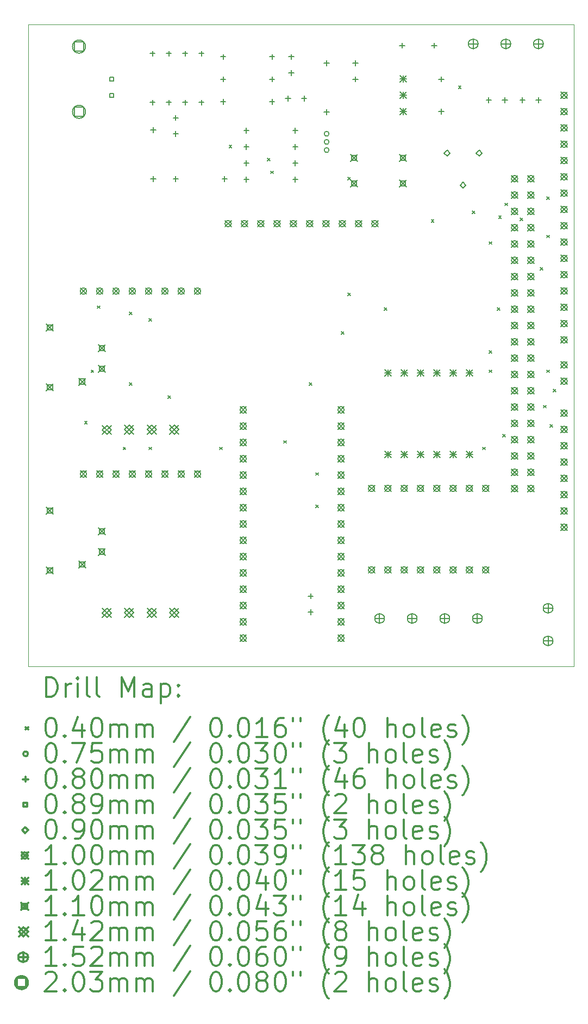
<source format=gbr>
%FSLAX45Y45*%
G04 Gerber Fmt 4.5, Leading zero omitted, Abs format (unit mm)*
G04 Created by KiCad (PCBNEW (5.1.9)-1) date 2021-06-09 22:03:52*
%MOMM*%
%LPD*%
G01*
G04 APERTURE LIST*
%TA.AperFunction,Profile*%
%ADD10C,0.050000*%
%TD*%
%ADD11C,0.200000*%
%ADD12C,0.300000*%
G04 APERTURE END LIST*
D10*
X12159200Y-4235500D02*
X20659200Y-4235500D01*
X12159200Y-14235500D02*
X12159200Y-4235500D01*
X20659200Y-14235500D02*
X12159200Y-14235500D01*
X20659200Y-4235500D02*
X20659200Y-14235500D01*
D11*
X13039200Y-10415500D02*
X13079200Y-10455500D01*
X13079200Y-10415500D02*
X13039200Y-10455500D01*
X13139200Y-9615500D02*
X13179200Y-9655500D01*
X13179200Y-9615500D02*
X13139200Y-9655500D01*
X13239200Y-8615500D02*
X13279200Y-8655500D01*
X13279200Y-8615500D02*
X13239200Y-8655500D01*
X13639200Y-10815500D02*
X13679200Y-10855500D01*
X13679200Y-10815500D02*
X13639200Y-10855500D01*
X13739200Y-8715500D02*
X13779200Y-8755500D01*
X13779200Y-8715500D02*
X13739200Y-8755500D01*
X13739200Y-9815500D02*
X13779200Y-9855500D01*
X13779200Y-9815500D02*
X13739200Y-9855500D01*
X14039200Y-8815500D02*
X14079200Y-8855500D01*
X14079200Y-8815500D02*
X14039200Y-8855500D01*
X14039200Y-10815500D02*
X14079200Y-10855500D01*
X14079200Y-10815500D02*
X14039200Y-10855500D01*
X14339200Y-10015500D02*
X14379200Y-10055500D01*
X14379200Y-10015500D02*
X14339200Y-10055500D01*
X15139200Y-10815500D02*
X15179200Y-10855500D01*
X15179200Y-10815500D02*
X15139200Y-10855500D01*
X15289200Y-6115500D02*
X15329200Y-6155500D01*
X15329200Y-6115500D02*
X15289200Y-6155500D01*
X15889200Y-6315500D02*
X15929200Y-6355500D01*
X15929200Y-6315500D02*
X15889200Y-6355500D01*
X15939200Y-6515500D02*
X15979200Y-6555500D01*
X15979200Y-6515500D02*
X15939200Y-6555500D01*
X16139200Y-10715500D02*
X16179200Y-10755500D01*
X16179200Y-10715500D02*
X16139200Y-10755500D01*
X16539200Y-9815500D02*
X16579200Y-9855500D01*
X16579200Y-9815500D02*
X16539200Y-9855500D01*
X16639200Y-11215500D02*
X16679200Y-11255500D01*
X16679200Y-11215500D02*
X16639200Y-11255500D01*
X16639200Y-11715500D02*
X16679200Y-11755500D01*
X16679200Y-11715500D02*
X16639200Y-11755500D01*
X17039200Y-9015500D02*
X17079200Y-9055500D01*
X17079200Y-9015500D02*
X17039200Y-9055500D01*
X17139200Y-6615500D02*
X17179200Y-6655500D01*
X17179200Y-6615500D02*
X17139200Y-6655500D01*
X17139200Y-8415500D02*
X17179200Y-8455500D01*
X17179200Y-8415500D02*
X17139200Y-8455500D01*
X17707700Y-8647000D02*
X17747700Y-8687000D01*
X17747700Y-8647000D02*
X17707700Y-8687000D01*
X18439200Y-7275500D02*
X18479200Y-7315500D01*
X18479200Y-7275500D02*
X18439200Y-7315500D01*
X18864200Y-5190500D02*
X18904200Y-5230500D01*
X18904200Y-5190500D02*
X18864200Y-5230500D01*
X19079200Y-7135500D02*
X19119200Y-7175500D01*
X19119200Y-7135500D02*
X19079200Y-7175500D01*
X19239200Y-10815500D02*
X19279200Y-10855500D01*
X19279200Y-10815500D02*
X19239200Y-10855500D01*
X19339200Y-7615500D02*
X19379200Y-7655500D01*
X19379200Y-7615500D02*
X19339200Y-7655500D01*
X19339200Y-9315500D02*
X19379200Y-9355500D01*
X19379200Y-9315500D02*
X19339200Y-9355500D01*
X19339200Y-9615500D02*
X19379200Y-9655500D01*
X19379200Y-9615500D02*
X19339200Y-9655500D01*
X19470700Y-8647000D02*
X19510700Y-8687000D01*
X19510700Y-8647000D02*
X19470700Y-8687000D01*
X19489200Y-7215500D02*
X19529200Y-7255500D01*
X19529200Y-7215500D02*
X19489200Y-7255500D01*
X19556200Y-10615500D02*
X19596200Y-10655500D01*
X19596200Y-10615500D02*
X19556200Y-10655500D01*
X19589200Y-7015500D02*
X19629200Y-7055500D01*
X19629200Y-7015500D02*
X19589200Y-7055500D01*
X19822885Y-7249185D02*
X19862885Y-7289185D01*
X19862885Y-7249185D02*
X19822885Y-7289185D01*
X20139200Y-8015500D02*
X20179200Y-8055500D01*
X20179200Y-8015500D02*
X20139200Y-8055500D01*
X20189200Y-10165500D02*
X20229200Y-10205500D01*
X20229200Y-10165500D02*
X20189200Y-10205500D01*
X20239200Y-6915500D02*
X20279200Y-6955500D01*
X20279200Y-6915500D02*
X20239200Y-6955500D01*
X20239200Y-7515500D02*
X20279200Y-7555500D01*
X20279200Y-7515500D02*
X20239200Y-7555500D01*
X20239200Y-9615500D02*
X20279200Y-9655500D01*
X20279200Y-9615500D02*
X20239200Y-9655500D01*
X20289200Y-10465500D02*
X20329200Y-10505500D01*
X20329200Y-10465500D02*
X20289200Y-10505500D01*
X20339200Y-9915500D02*
X20379200Y-9955500D01*
X20379200Y-9915500D02*
X20339200Y-9955500D01*
X16846700Y-5935500D02*
G75*
G03*
X16846700Y-5935500I-37500J0D01*
G01*
X16846700Y-6062500D02*
G75*
G03*
X16846700Y-6062500I-37500J0D01*
G01*
X16846700Y-6189500D02*
G75*
G03*
X16846700Y-6189500I-37500J0D01*
G01*
X14097200Y-4645500D02*
X14097200Y-4725500D01*
X14057200Y-4685500D02*
X14137200Y-4685500D01*
X14097200Y-5407500D02*
X14097200Y-5487500D01*
X14057200Y-5447500D02*
X14137200Y-5447500D01*
X14109200Y-5833500D02*
X14109200Y-5913500D01*
X14069200Y-5873500D02*
X14149200Y-5873500D01*
X14109200Y-6595500D02*
X14109200Y-6675500D01*
X14069200Y-6635500D02*
X14149200Y-6635500D01*
X14351200Y-4645500D02*
X14351200Y-4725500D01*
X14311200Y-4685500D02*
X14391200Y-4685500D01*
X14351200Y-5407500D02*
X14351200Y-5487500D01*
X14311200Y-5447500D02*
X14391200Y-5447500D01*
X14459200Y-5645500D02*
X14459200Y-5725500D01*
X14419200Y-5685500D02*
X14499200Y-5685500D01*
X14459200Y-5895500D02*
X14459200Y-5975500D01*
X14419200Y-5935500D02*
X14499200Y-5935500D01*
X14459200Y-6595500D02*
X14459200Y-6675500D01*
X14419200Y-6635500D02*
X14499200Y-6635500D01*
X14605200Y-4645500D02*
X14605200Y-4725500D01*
X14565200Y-4685500D02*
X14645200Y-4685500D01*
X14605200Y-5407500D02*
X14605200Y-5487500D01*
X14565200Y-5447500D02*
X14645200Y-5447500D01*
X14859200Y-4645500D02*
X14859200Y-4725500D01*
X14819200Y-4685500D02*
X14899200Y-4685500D01*
X14859200Y-5407500D02*
X14859200Y-5487500D01*
X14819200Y-5447500D02*
X14899200Y-5447500D01*
X15197200Y-4695500D02*
X15197200Y-4775500D01*
X15157200Y-4735500D02*
X15237200Y-4735500D01*
X15197200Y-5045500D02*
X15197200Y-5125500D01*
X15157200Y-5085500D02*
X15237200Y-5085500D01*
X15197200Y-5395500D02*
X15197200Y-5475500D01*
X15157200Y-5435500D02*
X15237200Y-5435500D01*
X15221200Y-6595500D02*
X15221200Y-6675500D01*
X15181200Y-6635500D02*
X15261200Y-6635500D01*
X15559200Y-5845500D02*
X15559200Y-5925500D01*
X15519200Y-5885500D02*
X15599200Y-5885500D01*
X15559200Y-6099500D02*
X15559200Y-6179500D01*
X15519200Y-6139500D02*
X15599200Y-6139500D01*
X15559200Y-6353500D02*
X15559200Y-6433500D01*
X15519200Y-6393500D02*
X15599200Y-6393500D01*
X15559200Y-6607500D02*
X15559200Y-6687500D01*
X15519200Y-6647500D02*
X15599200Y-6647500D01*
X15959200Y-4695500D02*
X15959200Y-4775500D01*
X15919200Y-4735500D02*
X15999200Y-4735500D01*
X15959200Y-5045500D02*
X15959200Y-5125500D01*
X15919200Y-5085500D02*
X15999200Y-5085500D01*
X15959200Y-5395500D02*
X15959200Y-5475500D01*
X15919200Y-5435500D02*
X15999200Y-5435500D01*
X16209200Y-5345500D02*
X16209200Y-5425500D01*
X16169200Y-5385500D02*
X16249200Y-5385500D01*
X16259200Y-4695500D02*
X16259200Y-4775500D01*
X16219200Y-4735500D02*
X16299200Y-4735500D01*
X16259200Y-4945500D02*
X16259200Y-5025500D01*
X16219200Y-4985500D02*
X16299200Y-4985500D01*
X16321200Y-5845500D02*
X16321200Y-5925500D01*
X16281200Y-5885500D02*
X16361200Y-5885500D01*
X16321200Y-6099500D02*
X16321200Y-6179500D01*
X16281200Y-6139500D02*
X16361200Y-6139500D01*
X16321200Y-6353500D02*
X16321200Y-6433500D01*
X16281200Y-6393500D02*
X16361200Y-6393500D01*
X16321200Y-6607500D02*
X16321200Y-6687500D01*
X16281200Y-6647500D02*
X16361200Y-6647500D01*
X16459200Y-5345500D02*
X16459200Y-5425500D01*
X16419200Y-5385500D02*
X16499200Y-5385500D01*
X16559200Y-13095500D02*
X16559200Y-13175500D01*
X16519200Y-13135500D02*
X16599200Y-13135500D01*
X16559200Y-13345500D02*
X16559200Y-13425500D01*
X16519200Y-13385500D02*
X16599200Y-13385500D01*
X16809200Y-4795500D02*
X16809200Y-4875500D01*
X16769200Y-4835500D02*
X16849200Y-4835500D01*
X16809200Y-5557500D02*
X16809200Y-5637500D01*
X16769200Y-5597500D02*
X16849200Y-5597500D01*
X17259200Y-4795500D02*
X17259200Y-4875500D01*
X17219200Y-4835500D02*
X17299200Y-4835500D01*
X17259200Y-5045500D02*
X17259200Y-5125500D01*
X17219200Y-5085500D02*
X17299200Y-5085500D01*
X17984200Y-4520500D02*
X17984200Y-4600500D01*
X17944200Y-4560500D02*
X18024200Y-4560500D01*
X18484200Y-4520500D02*
X18484200Y-4600500D01*
X18444200Y-4560500D02*
X18524200Y-4560500D01*
X18594200Y-5045500D02*
X18594200Y-5125500D01*
X18554200Y-5085500D02*
X18634200Y-5085500D01*
X18594200Y-5545500D02*
X18594200Y-5625500D01*
X18554200Y-5585500D02*
X18634200Y-5585500D01*
X19334200Y-5370500D02*
X19334200Y-5450500D01*
X19294200Y-5410500D02*
X19374200Y-5410500D01*
X19584200Y-5370500D02*
X19584200Y-5450500D01*
X19544200Y-5410500D02*
X19624200Y-5410500D01*
X19859200Y-5370500D02*
X19859200Y-5450500D01*
X19819200Y-5410500D02*
X19899200Y-5410500D01*
X20109200Y-5370500D02*
X20109200Y-5450500D01*
X20069200Y-5410500D02*
X20149200Y-5410500D01*
X13490631Y-5116931D02*
X13490631Y-5054069D01*
X13427769Y-5054069D01*
X13427769Y-5116931D01*
X13490631Y-5116931D01*
X13490631Y-5370931D02*
X13490631Y-5308069D01*
X13427769Y-5308069D01*
X13427769Y-5370931D01*
X13490631Y-5370931D01*
X18684200Y-6280500D02*
X18729200Y-6235500D01*
X18684200Y-6190500D01*
X18639200Y-6235500D01*
X18684200Y-6280500D01*
X18934200Y-6780500D02*
X18979200Y-6735500D01*
X18934200Y-6690500D01*
X18889200Y-6735500D01*
X18934200Y-6780500D01*
X19184200Y-6280500D02*
X19229200Y-6235500D01*
X19184200Y-6190500D01*
X19139200Y-6235500D01*
X19184200Y-6280500D01*
X12970200Y-8335500D02*
X13070200Y-8435500D01*
X13070200Y-8335500D02*
X12970200Y-8435500D01*
X13070200Y-8385500D02*
G75*
G03*
X13070200Y-8385500I-50000J0D01*
G01*
X12970200Y-11185500D02*
X13070200Y-11285500D01*
X13070200Y-11185500D02*
X12970200Y-11285500D01*
X13070200Y-11235500D02*
G75*
G03*
X13070200Y-11235500I-50000J0D01*
G01*
X13224200Y-8335500D02*
X13324200Y-8435500D01*
X13324200Y-8335500D02*
X13224200Y-8435500D01*
X13324200Y-8385500D02*
G75*
G03*
X13324200Y-8385500I-50000J0D01*
G01*
X13224200Y-11185500D02*
X13324200Y-11285500D01*
X13324200Y-11185500D02*
X13224200Y-11285500D01*
X13324200Y-11235500D02*
G75*
G03*
X13324200Y-11235500I-50000J0D01*
G01*
X13478200Y-8335500D02*
X13578200Y-8435500D01*
X13578200Y-8335500D02*
X13478200Y-8435500D01*
X13578200Y-8385500D02*
G75*
G03*
X13578200Y-8385500I-50000J0D01*
G01*
X13478200Y-11185500D02*
X13578200Y-11285500D01*
X13578200Y-11185500D02*
X13478200Y-11285500D01*
X13578200Y-11235500D02*
G75*
G03*
X13578200Y-11235500I-50000J0D01*
G01*
X13732200Y-8335500D02*
X13832200Y-8435500D01*
X13832200Y-8335500D02*
X13732200Y-8435500D01*
X13832200Y-8385500D02*
G75*
G03*
X13832200Y-8385500I-50000J0D01*
G01*
X13732200Y-11185500D02*
X13832200Y-11285500D01*
X13832200Y-11185500D02*
X13732200Y-11285500D01*
X13832200Y-11235500D02*
G75*
G03*
X13832200Y-11235500I-50000J0D01*
G01*
X13986200Y-8335500D02*
X14086200Y-8435500D01*
X14086200Y-8335500D02*
X13986200Y-8435500D01*
X14086200Y-8385500D02*
G75*
G03*
X14086200Y-8385500I-50000J0D01*
G01*
X13986200Y-11185500D02*
X14086200Y-11285500D01*
X14086200Y-11185500D02*
X13986200Y-11285500D01*
X14086200Y-11235500D02*
G75*
G03*
X14086200Y-11235500I-50000J0D01*
G01*
X14240200Y-8335500D02*
X14340200Y-8435500D01*
X14340200Y-8335500D02*
X14240200Y-8435500D01*
X14340200Y-8385500D02*
G75*
G03*
X14340200Y-8385500I-50000J0D01*
G01*
X14240200Y-11185500D02*
X14340200Y-11285500D01*
X14340200Y-11185500D02*
X14240200Y-11285500D01*
X14340200Y-11235500D02*
G75*
G03*
X14340200Y-11235500I-50000J0D01*
G01*
X14494200Y-8335500D02*
X14594200Y-8435500D01*
X14594200Y-8335500D02*
X14494200Y-8435500D01*
X14594200Y-8385500D02*
G75*
G03*
X14594200Y-8385500I-50000J0D01*
G01*
X14494200Y-11185500D02*
X14594200Y-11285500D01*
X14594200Y-11185500D02*
X14494200Y-11285500D01*
X14594200Y-11235500D02*
G75*
G03*
X14594200Y-11235500I-50000J0D01*
G01*
X14748200Y-8335500D02*
X14848200Y-8435500D01*
X14848200Y-8335500D02*
X14748200Y-8435500D01*
X14848200Y-8385500D02*
G75*
G03*
X14848200Y-8385500I-50000J0D01*
G01*
X14748200Y-11185500D02*
X14848200Y-11285500D01*
X14848200Y-11185500D02*
X14748200Y-11285500D01*
X14848200Y-11235500D02*
G75*
G03*
X14848200Y-11235500I-50000J0D01*
G01*
X15223200Y-7285500D02*
X15323200Y-7385500D01*
X15323200Y-7285500D02*
X15223200Y-7385500D01*
X15323200Y-7335500D02*
G75*
G03*
X15323200Y-7335500I-50000J0D01*
G01*
X15459200Y-10185500D02*
X15559200Y-10285500D01*
X15559200Y-10185500D02*
X15459200Y-10285500D01*
X15559200Y-10235500D02*
G75*
G03*
X15559200Y-10235500I-50000J0D01*
G01*
X15459200Y-10439500D02*
X15559200Y-10539500D01*
X15559200Y-10439500D02*
X15459200Y-10539500D01*
X15559200Y-10489500D02*
G75*
G03*
X15559200Y-10489500I-50000J0D01*
G01*
X15459200Y-10693500D02*
X15559200Y-10793500D01*
X15559200Y-10693500D02*
X15459200Y-10793500D01*
X15559200Y-10743500D02*
G75*
G03*
X15559200Y-10743500I-50000J0D01*
G01*
X15459200Y-10947500D02*
X15559200Y-11047500D01*
X15559200Y-10947500D02*
X15459200Y-11047500D01*
X15559200Y-10997500D02*
G75*
G03*
X15559200Y-10997500I-50000J0D01*
G01*
X15459200Y-11201500D02*
X15559200Y-11301500D01*
X15559200Y-11201500D02*
X15459200Y-11301500D01*
X15559200Y-11251500D02*
G75*
G03*
X15559200Y-11251500I-50000J0D01*
G01*
X15459200Y-11455500D02*
X15559200Y-11555500D01*
X15559200Y-11455500D02*
X15459200Y-11555500D01*
X15559200Y-11505500D02*
G75*
G03*
X15559200Y-11505500I-50000J0D01*
G01*
X15459200Y-11709500D02*
X15559200Y-11809500D01*
X15559200Y-11709500D02*
X15459200Y-11809500D01*
X15559200Y-11759500D02*
G75*
G03*
X15559200Y-11759500I-50000J0D01*
G01*
X15459200Y-11963500D02*
X15559200Y-12063500D01*
X15559200Y-11963500D02*
X15459200Y-12063500D01*
X15559200Y-12013500D02*
G75*
G03*
X15559200Y-12013500I-50000J0D01*
G01*
X15459200Y-12217500D02*
X15559200Y-12317500D01*
X15559200Y-12217500D02*
X15459200Y-12317500D01*
X15559200Y-12267500D02*
G75*
G03*
X15559200Y-12267500I-50000J0D01*
G01*
X15459200Y-12471500D02*
X15559200Y-12571500D01*
X15559200Y-12471500D02*
X15459200Y-12571500D01*
X15559200Y-12521500D02*
G75*
G03*
X15559200Y-12521500I-50000J0D01*
G01*
X15459200Y-12725500D02*
X15559200Y-12825500D01*
X15559200Y-12725500D02*
X15459200Y-12825500D01*
X15559200Y-12775500D02*
G75*
G03*
X15559200Y-12775500I-50000J0D01*
G01*
X15459200Y-12979500D02*
X15559200Y-13079500D01*
X15559200Y-12979500D02*
X15459200Y-13079500D01*
X15559200Y-13029500D02*
G75*
G03*
X15559200Y-13029500I-50000J0D01*
G01*
X15459200Y-13233500D02*
X15559200Y-13333500D01*
X15559200Y-13233500D02*
X15459200Y-13333500D01*
X15559200Y-13283500D02*
G75*
G03*
X15559200Y-13283500I-50000J0D01*
G01*
X15459200Y-13487500D02*
X15559200Y-13587500D01*
X15559200Y-13487500D02*
X15459200Y-13587500D01*
X15559200Y-13537500D02*
G75*
G03*
X15559200Y-13537500I-50000J0D01*
G01*
X15459200Y-13741500D02*
X15559200Y-13841500D01*
X15559200Y-13741500D02*
X15459200Y-13841500D01*
X15559200Y-13791500D02*
G75*
G03*
X15559200Y-13791500I-50000J0D01*
G01*
X15477200Y-7285500D02*
X15577200Y-7385500D01*
X15577200Y-7285500D02*
X15477200Y-7385500D01*
X15577200Y-7335500D02*
G75*
G03*
X15577200Y-7335500I-50000J0D01*
G01*
X15731200Y-7285500D02*
X15831200Y-7385500D01*
X15831200Y-7285500D02*
X15731200Y-7385500D01*
X15831200Y-7335500D02*
G75*
G03*
X15831200Y-7335500I-50000J0D01*
G01*
X15985200Y-7285500D02*
X16085200Y-7385500D01*
X16085200Y-7285500D02*
X15985200Y-7385500D01*
X16085200Y-7335500D02*
G75*
G03*
X16085200Y-7335500I-50000J0D01*
G01*
X16239200Y-7285500D02*
X16339200Y-7385500D01*
X16339200Y-7285500D02*
X16239200Y-7385500D01*
X16339200Y-7335500D02*
G75*
G03*
X16339200Y-7335500I-50000J0D01*
G01*
X16493200Y-7285500D02*
X16593200Y-7385500D01*
X16593200Y-7285500D02*
X16493200Y-7385500D01*
X16593200Y-7335500D02*
G75*
G03*
X16593200Y-7335500I-50000J0D01*
G01*
X16747200Y-7285500D02*
X16847200Y-7385500D01*
X16847200Y-7285500D02*
X16747200Y-7385500D01*
X16847200Y-7335500D02*
G75*
G03*
X16847200Y-7335500I-50000J0D01*
G01*
X16983200Y-10185500D02*
X17083200Y-10285500D01*
X17083200Y-10185500D02*
X16983200Y-10285500D01*
X17083200Y-10235500D02*
G75*
G03*
X17083200Y-10235500I-50000J0D01*
G01*
X16983200Y-10439500D02*
X17083200Y-10539500D01*
X17083200Y-10439500D02*
X16983200Y-10539500D01*
X17083200Y-10489500D02*
G75*
G03*
X17083200Y-10489500I-50000J0D01*
G01*
X16983200Y-10693500D02*
X17083200Y-10793500D01*
X17083200Y-10693500D02*
X16983200Y-10793500D01*
X17083200Y-10743500D02*
G75*
G03*
X17083200Y-10743500I-50000J0D01*
G01*
X16983200Y-10947500D02*
X17083200Y-11047500D01*
X17083200Y-10947500D02*
X16983200Y-11047500D01*
X17083200Y-10997500D02*
G75*
G03*
X17083200Y-10997500I-50000J0D01*
G01*
X16983200Y-11201500D02*
X17083200Y-11301500D01*
X17083200Y-11201500D02*
X16983200Y-11301500D01*
X17083200Y-11251500D02*
G75*
G03*
X17083200Y-11251500I-50000J0D01*
G01*
X16983200Y-11455500D02*
X17083200Y-11555500D01*
X17083200Y-11455500D02*
X16983200Y-11555500D01*
X17083200Y-11505500D02*
G75*
G03*
X17083200Y-11505500I-50000J0D01*
G01*
X16983200Y-11709500D02*
X17083200Y-11809500D01*
X17083200Y-11709500D02*
X16983200Y-11809500D01*
X17083200Y-11759500D02*
G75*
G03*
X17083200Y-11759500I-50000J0D01*
G01*
X16983200Y-11963500D02*
X17083200Y-12063500D01*
X17083200Y-11963500D02*
X16983200Y-12063500D01*
X17083200Y-12013500D02*
G75*
G03*
X17083200Y-12013500I-50000J0D01*
G01*
X16983200Y-12217500D02*
X17083200Y-12317500D01*
X17083200Y-12217500D02*
X16983200Y-12317500D01*
X17083200Y-12267500D02*
G75*
G03*
X17083200Y-12267500I-50000J0D01*
G01*
X16983200Y-12471500D02*
X17083200Y-12571500D01*
X17083200Y-12471500D02*
X16983200Y-12571500D01*
X17083200Y-12521500D02*
G75*
G03*
X17083200Y-12521500I-50000J0D01*
G01*
X16983200Y-12725500D02*
X17083200Y-12825500D01*
X17083200Y-12725500D02*
X16983200Y-12825500D01*
X17083200Y-12775500D02*
G75*
G03*
X17083200Y-12775500I-50000J0D01*
G01*
X16983200Y-12979500D02*
X17083200Y-13079500D01*
X17083200Y-12979500D02*
X16983200Y-13079500D01*
X17083200Y-13029500D02*
G75*
G03*
X17083200Y-13029500I-50000J0D01*
G01*
X16983200Y-13233500D02*
X17083200Y-13333500D01*
X17083200Y-13233500D02*
X16983200Y-13333500D01*
X17083200Y-13283500D02*
G75*
G03*
X17083200Y-13283500I-50000J0D01*
G01*
X16983200Y-13487500D02*
X17083200Y-13587500D01*
X17083200Y-13487500D02*
X16983200Y-13587500D01*
X17083200Y-13537500D02*
G75*
G03*
X17083200Y-13537500I-50000J0D01*
G01*
X16983200Y-13741500D02*
X17083200Y-13841500D01*
X17083200Y-13741500D02*
X16983200Y-13841500D01*
X17083200Y-13791500D02*
G75*
G03*
X17083200Y-13791500I-50000J0D01*
G01*
X17001200Y-7285500D02*
X17101200Y-7385500D01*
X17101200Y-7285500D02*
X17001200Y-7385500D01*
X17101200Y-7335500D02*
G75*
G03*
X17101200Y-7335500I-50000J0D01*
G01*
X17255200Y-7285500D02*
X17355200Y-7385500D01*
X17355200Y-7285500D02*
X17255200Y-7385500D01*
X17355200Y-7335500D02*
G75*
G03*
X17355200Y-7335500I-50000J0D01*
G01*
X17458200Y-11409500D02*
X17558200Y-11509500D01*
X17558200Y-11409500D02*
X17458200Y-11509500D01*
X17558200Y-11459500D02*
G75*
G03*
X17558200Y-11459500I-50000J0D01*
G01*
X17458200Y-12679500D02*
X17558200Y-12779500D01*
X17558200Y-12679500D02*
X17458200Y-12779500D01*
X17558200Y-12729500D02*
G75*
G03*
X17558200Y-12729500I-50000J0D01*
G01*
X17509200Y-7285500D02*
X17609200Y-7385500D01*
X17609200Y-7285500D02*
X17509200Y-7385500D01*
X17609200Y-7335500D02*
G75*
G03*
X17609200Y-7335500I-50000J0D01*
G01*
X17712200Y-11409500D02*
X17812200Y-11509500D01*
X17812200Y-11409500D02*
X17712200Y-11509500D01*
X17812200Y-11459500D02*
G75*
G03*
X17812200Y-11459500I-50000J0D01*
G01*
X17712200Y-12679500D02*
X17812200Y-12779500D01*
X17812200Y-12679500D02*
X17712200Y-12779500D01*
X17812200Y-12729500D02*
G75*
G03*
X17812200Y-12729500I-50000J0D01*
G01*
X17966200Y-11409500D02*
X18066200Y-11509500D01*
X18066200Y-11409500D02*
X17966200Y-11509500D01*
X18066200Y-11459500D02*
G75*
G03*
X18066200Y-11459500I-50000J0D01*
G01*
X17966200Y-12679500D02*
X18066200Y-12779500D01*
X18066200Y-12679500D02*
X17966200Y-12779500D01*
X18066200Y-12729500D02*
G75*
G03*
X18066200Y-12729500I-50000J0D01*
G01*
X18220200Y-11409500D02*
X18320200Y-11509500D01*
X18320200Y-11409500D02*
X18220200Y-11509500D01*
X18320200Y-11459500D02*
G75*
G03*
X18320200Y-11459500I-50000J0D01*
G01*
X18220200Y-12679500D02*
X18320200Y-12779500D01*
X18320200Y-12679500D02*
X18220200Y-12779500D01*
X18320200Y-12729500D02*
G75*
G03*
X18320200Y-12729500I-50000J0D01*
G01*
X18474200Y-11409500D02*
X18574200Y-11509500D01*
X18574200Y-11409500D02*
X18474200Y-11509500D01*
X18574200Y-11459500D02*
G75*
G03*
X18574200Y-11459500I-50000J0D01*
G01*
X18474200Y-12679500D02*
X18574200Y-12779500D01*
X18574200Y-12679500D02*
X18474200Y-12779500D01*
X18574200Y-12729500D02*
G75*
G03*
X18574200Y-12729500I-50000J0D01*
G01*
X18728200Y-11409500D02*
X18828200Y-11509500D01*
X18828200Y-11409500D02*
X18728200Y-11509500D01*
X18828200Y-11459500D02*
G75*
G03*
X18828200Y-11459500I-50000J0D01*
G01*
X18728200Y-12679500D02*
X18828200Y-12779500D01*
X18828200Y-12679500D02*
X18728200Y-12779500D01*
X18828200Y-12729500D02*
G75*
G03*
X18828200Y-12729500I-50000J0D01*
G01*
X18982200Y-11409500D02*
X19082200Y-11509500D01*
X19082200Y-11409500D02*
X18982200Y-11509500D01*
X19082200Y-11459500D02*
G75*
G03*
X19082200Y-11459500I-50000J0D01*
G01*
X18982200Y-12679500D02*
X19082200Y-12779500D01*
X19082200Y-12679500D02*
X18982200Y-12779500D01*
X19082200Y-12729500D02*
G75*
G03*
X19082200Y-12729500I-50000J0D01*
G01*
X19236200Y-11409500D02*
X19336200Y-11509500D01*
X19336200Y-11409500D02*
X19236200Y-11509500D01*
X19336200Y-11459500D02*
G75*
G03*
X19336200Y-11459500I-50000J0D01*
G01*
X19236200Y-12679500D02*
X19336200Y-12779500D01*
X19336200Y-12679500D02*
X19236200Y-12779500D01*
X19336200Y-12729500D02*
G75*
G03*
X19336200Y-12729500I-50000J0D01*
G01*
X19687500Y-6585000D02*
X19787500Y-6685000D01*
X19787500Y-6585000D02*
X19687500Y-6685000D01*
X19787500Y-6635000D02*
G75*
G03*
X19787500Y-6635000I-50000J0D01*
G01*
X19687500Y-6839000D02*
X19787500Y-6939000D01*
X19787500Y-6839000D02*
X19687500Y-6939000D01*
X19787500Y-6889000D02*
G75*
G03*
X19787500Y-6889000I-50000J0D01*
G01*
X19687500Y-7093000D02*
X19787500Y-7193000D01*
X19787500Y-7093000D02*
X19687500Y-7193000D01*
X19787500Y-7143000D02*
G75*
G03*
X19787500Y-7143000I-50000J0D01*
G01*
X19687500Y-7347000D02*
X19787500Y-7447000D01*
X19787500Y-7347000D02*
X19687500Y-7447000D01*
X19787500Y-7397000D02*
G75*
G03*
X19787500Y-7397000I-50000J0D01*
G01*
X19687500Y-7601000D02*
X19787500Y-7701000D01*
X19787500Y-7601000D02*
X19687500Y-7701000D01*
X19787500Y-7651000D02*
G75*
G03*
X19787500Y-7651000I-50000J0D01*
G01*
X19687500Y-7855000D02*
X19787500Y-7955000D01*
X19787500Y-7855000D02*
X19687500Y-7955000D01*
X19787500Y-7905000D02*
G75*
G03*
X19787500Y-7905000I-50000J0D01*
G01*
X19687500Y-8109000D02*
X19787500Y-8209000D01*
X19787500Y-8109000D02*
X19687500Y-8209000D01*
X19787500Y-8159000D02*
G75*
G03*
X19787500Y-8159000I-50000J0D01*
G01*
X19687500Y-8363000D02*
X19787500Y-8463000D01*
X19787500Y-8363000D02*
X19687500Y-8463000D01*
X19787500Y-8413000D02*
G75*
G03*
X19787500Y-8413000I-50000J0D01*
G01*
X19687500Y-8617000D02*
X19787500Y-8717000D01*
X19787500Y-8617000D02*
X19687500Y-8717000D01*
X19787500Y-8667000D02*
G75*
G03*
X19787500Y-8667000I-50000J0D01*
G01*
X19687500Y-8871000D02*
X19787500Y-8971000D01*
X19787500Y-8871000D02*
X19687500Y-8971000D01*
X19787500Y-8921000D02*
G75*
G03*
X19787500Y-8921000I-50000J0D01*
G01*
X19687500Y-9125000D02*
X19787500Y-9225000D01*
X19787500Y-9125000D02*
X19687500Y-9225000D01*
X19787500Y-9175000D02*
G75*
G03*
X19787500Y-9175000I-50000J0D01*
G01*
X19687500Y-9379000D02*
X19787500Y-9479000D01*
X19787500Y-9379000D02*
X19687500Y-9479000D01*
X19787500Y-9429000D02*
G75*
G03*
X19787500Y-9429000I-50000J0D01*
G01*
X19687500Y-9633000D02*
X19787500Y-9733000D01*
X19787500Y-9633000D02*
X19687500Y-9733000D01*
X19787500Y-9683000D02*
G75*
G03*
X19787500Y-9683000I-50000J0D01*
G01*
X19687500Y-9887000D02*
X19787500Y-9987000D01*
X19787500Y-9887000D02*
X19687500Y-9987000D01*
X19787500Y-9937000D02*
G75*
G03*
X19787500Y-9937000I-50000J0D01*
G01*
X19687500Y-10141000D02*
X19787500Y-10241000D01*
X19787500Y-10141000D02*
X19687500Y-10241000D01*
X19787500Y-10191000D02*
G75*
G03*
X19787500Y-10191000I-50000J0D01*
G01*
X19687500Y-10395000D02*
X19787500Y-10495000D01*
X19787500Y-10395000D02*
X19687500Y-10495000D01*
X19787500Y-10445000D02*
G75*
G03*
X19787500Y-10445000I-50000J0D01*
G01*
X19687500Y-10649000D02*
X19787500Y-10749000D01*
X19787500Y-10649000D02*
X19687500Y-10749000D01*
X19787500Y-10699000D02*
G75*
G03*
X19787500Y-10699000I-50000J0D01*
G01*
X19687500Y-10903000D02*
X19787500Y-11003000D01*
X19787500Y-10903000D02*
X19687500Y-11003000D01*
X19787500Y-10953000D02*
G75*
G03*
X19787500Y-10953000I-50000J0D01*
G01*
X19687500Y-11157000D02*
X19787500Y-11257000D01*
X19787500Y-11157000D02*
X19687500Y-11257000D01*
X19787500Y-11207000D02*
G75*
G03*
X19787500Y-11207000I-50000J0D01*
G01*
X19687500Y-11411000D02*
X19787500Y-11511000D01*
X19787500Y-11411000D02*
X19687500Y-11511000D01*
X19787500Y-11461000D02*
G75*
G03*
X19787500Y-11461000I-50000J0D01*
G01*
X19941500Y-6585000D02*
X20041500Y-6685000D01*
X20041500Y-6585000D02*
X19941500Y-6685000D01*
X20041500Y-6635000D02*
G75*
G03*
X20041500Y-6635000I-50000J0D01*
G01*
X19941500Y-6839000D02*
X20041500Y-6939000D01*
X20041500Y-6839000D02*
X19941500Y-6939000D01*
X20041500Y-6889000D02*
G75*
G03*
X20041500Y-6889000I-50000J0D01*
G01*
X19941500Y-7093000D02*
X20041500Y-7193000D01*
X20041500Y-7093000D02*
X19941500Y-7193000D01*
X20041500Y-7143000D02*
G75*
G03*
X20041500Y-7143000I-50000J0D01*
G01*
X19941500Y-7347000D02*
X20041500Y-7447000D01*
X20041500Y-7347000D02*
X19941500Y-7447000D01*
X20041500Y-7397000D02*
G75*
G03*
X20041500Y-7397000I-50000J0D01*
G01*
X19941500Y-7601000D02*
X20041500Y-7701000D01*
X20041500Y-7601000D02*
X19941500Y-7701000D01*
X20041500Y-7651000D02*
G75*
G03*
X20041500Y-7651000I-50000J0D01*
G01*
X19941500Y-7855000D02*
X20041500Y-7955000D01*
X20041500Y-7855000D02*
X19941500Y-7955000D01*
X20041500Y-7905000D02*
G75*
G03*
X20041500Y-7905000I-50000J0D01*
G01*
X19941500Y-8109000D02*
X20041500Y-8209000D01*
X20041500Y-8109000D02*
X19941500Y-8209000D01*
X20041500Y-8159000D02*
G75*
G03*
X20041500Y-8159000I-50000J0D01*
G01*
X19941500Y-8363000D02*
X20041500Y-8463000D01*
X20041500Y-8363000D02*
X19941500Y-8463000D01*
X20041500Y-8413000D02*
G75*
G03*
X20041500Y-8413000I-50000J0D01*
G01*
X19941500Y-8617000D02*
X20041500Y-8717000D01*
X20041500Y-8617000D02*
X19941500Y-8717000D01*
X20041500Y-8667000D02*
G75*
G03*
X20041500Y-8667000I-50000J0D01*
G01*
X19941500Y-8871000D02*
X20041500Y-8971000D01*
X20041500Y-8871000D02*
X19941500Y-8971000D01*
X20041500Y-8921000D02*
G75*
G03*
X20041500Y-8921000I-50000J0D01*
G01*
X19941500Y-9125000D02*
X20041500Y-9225000D01*
X20041500Y-9125000D02*
X19941500Y-9225000D01*
X20041500Y-9175000D02*
G75*
G03*
X20041500Y-9175000I-50000J0D01*
G01*
X19941500Y-9379000D02*
X20041500Y-9479000D01*
X20041500Y-9379000D02*
X19941500Y-9479000D01*
X20041500Y-9429000D02*
G75*
G03*
X20041500Y-9429000I-50000J0D01*
G01*
X19941500Y-9633000D02*
X20041500Y-9733000D01*
X20041500Y-9633000D02*
X19941500Y-9733000D01*
X20041500Y-9683000D02*
G75*
G03*
X20041500Y-9683000I-50000J0D01*
G01*
X19941500Y-9887000D02*
X20041500Y-9987000D01*
X20041500Y-9887000D02*
X19941500Y-9987000D01*
X20041500Y-9937000D02*
G75*
G03*
X20041500Y-9937000I-50000J0D01*
G01*
X19941500Y-10141000D02*
X20041500Y-10241000D01*
X20041500Y-10141000D02*
X19941500Y-10241000D01*
X20041500Y-10191000D02*
G75*
G03*
X20041500Y-10191000I-50000J0D01*
G01*
X19941500Y-10395000D02*
X20041500Y-10495000D01*
X20041500Y-10395000D02*
X19941500Y-10495000D01*
X20041500Y-10445000D02*
G75*
G03*
X20041500Y-10445000I-50000J0D01*
G01*
X19941500Y-10649000D02*
X20041500Y-10749000D01*
X20041500Y-10649000D02*
X19941500Y-10749000D01*
X20041500Y-10699000D02*
G75*
G03*
X20041500Y-10699000I-50000J0D01*
G01*
X19941500Y-10903000D02*
X20041500Y-11003000D01*
X20041500Y-10903000D02*
X19941500Y-11003000D01*
X20041500Y-10953000D02*
G75*
G03*
X20041500Y-10953000I-50000J0D01*
G01*
X19941500Y-11157000D02*
X20041500Y-11257000D01*
X20041500Y-11157000D02*
X19941500Y-11257000D01*
X20041500Y-11207000D02*
G75*
G03*
X20041500Y-11207000I-50000J0D01*
G01*
X19941500Y-11411000D02*
X20041500Y-11511000D01*
X20041500Y-11411000D02*
X19941500Y-11511000D01*
X20041500Y-11461000D02*
G75*
G03*
X20041500Y-11461000I-50000J0D01*
G01*
X20459200Y-5285500D02*
X20559200Y-5385500D01*
X20559200Y-5285500D02*
X20459200Y-5385500D01*
X20559200Y-5335500D02*
G75*
G03*
X20559200Y-5335500I-50000J0D01*
G01*
X20459200Y-5539500D02*
X20559200Y-5639500D01*
X20559200Y-5539500D02*
X20459200Y-5639500D01*
X20559200Y-5589500D02*
G75*
G03*
X20559200Y-5589500I-50000J0D01*
G01*
X20459200Y-5793500D02*
X20559200Y-5893500D01*
X20559200Y-5793500D02*
X20459200Y-5893500D01*
X20559200Y-5843500D02*
G75*
G03*
X20559200Y-5843500I-50000J0D01*
G01*
X20459200Y-6047500D02*
X20559200Y-6147500D01*
X20559200Y-6047500D02*
X20459200Y-6147500D01*
X20559200Y-6097500D02*
G75*
G03*
X20559200Y-6097500I-50000J0D01*
G01*
X20459200Y-6301500D02*
X20559200Y-6401500D01*
X20559200Y-6301500D02*
X20459200Y-6401500D01*
X20559200Y-6351500D02*
G75*
G03*
X20559200Y-6351500I-50000J0D01*
G01*
X20459200Y-6555500D02*
X20559200Y-6655500D01*
X20559200Y-6555500D02*
X20459200Y-6655500D01*
X20559200Y-6605500D02*
G75*
G03*
X20559200Y-6605500I-50000J0D01*
G01*
X20459200Y-6809500D02*
X20559200Y-6909500D01*
X20559200Y-6809500D02*
X20459200Y-6909500D01*
X20559200Y-6859500D02*
G75*
G03*
X20559200Y-6859500I-50000J0D01*
G01*
X20459200Y-7063500D02*
X20559200Y-7163500D01*
X20559200Y-7063500D02*
X20459200Y-7163500D01*
X20559200Y-7113500D02*
G75*
G03*
X20559200Y-7113500I-50000J0D01*
G01*
X20459200Y-7317500D02*
X20559200Y-7417500D01*
X20559200Y-7317500D02*
X20459200Y-7417500D01*
X20559200Y-7367500D02*
G75*
G03*
X20559200Y-7367500I-50000J0D01*
G01*
X20459200Y-7571500D02*
X20559200Y-7671500D01*
X20559200Y-7571500D02*
X20459200Y-7671500D01*
X20559200Y-7621500D02*
G75*
G03*
X20559200Y-7621500I-50000J0D01*
G01*
X20459200Y-7825500D02*
X20559200Y-7925500D01*
X20559200Y-7825500D02*
X20459200Y-7925500D01*
X20559200Y-7875500D02*
G75*
G03*
X20559200Y-7875500I-50000J0D01*
G01*
X20459200Y-8079500D02*
X20559200Y-8179500D01*
X20559200Y-8079500D02*
X20459200Y-8179500D01*
X20559200Y-8129500D02*
G75*
G03*
X20559200Y-8129500I-50000J0D01*
G01*
X20459200Y-8333500D02*
X20559200Y-8433500D01*
X20559200Y-8333500D02*
X20459200Y-8433500D01*
X20559200Y-8383500D02*
G75*
G03*
X20559200Y-8383500I-50000J0D01*
G01*
X20459200Y-8587500D02*
X20559200Y-8687500D01*
X20559200Y-8587500D02*
X20459200Y-8687500D01*
X20559200Y-8637500D02*
G75*
G03*
X20559200Y-8637500I-50000J0D01*
G01*
X20459200Y-8841500D02*
X20559200Y-8941500D01*
X20559200Y-8841500D02*
X20459200Y-8941500D01*
X20559200Y-8891500D02*
G75*
G03*
X20559200Y-8891500I-50000J0D01*
G01*
X20459200Y-9095500D02*
X20559200Y-9195500D01*
X20559200Y-9095500D02*
X20459200Y-9195500D01*
X20559200Y-9145500D02*
G75*
G03*
X20559200Y-9145500I-50000J0D01*
G01*
X20459200Y-9485500D02*
X20559200Y-9585500D01*
X20559200Y-9485500D02*
X20459200Y-9585500D01*
X20559200Y-9535500D02*
G75*
G03*
X20559200Y-9535500I-50000J0D01*
G01*
X20459200Y-9739500D02*
X20559200Y-9839500D01*
X20559200Y-9739500D02*
X20459200Y-9839500D01*
X20559200Y-9789500D02*
G75*
G03*
X20559200Y-9789500I-50000J0D01*
G01*
X20459200Y-10235500D02*
X20559200Y-10335500D01*
X20559200Y-10235500D02*
X20459200Y-10335500D01*
X20559200Y-10285500D02*
G75*
G03*
X20559200Y-10285500I-50000J0D01*
G01*
X20459200Y-10489500D02*
X20559200Y-10589500D01*
X20559200Y-10489500D02*
X20459200Y-10589500D01*
X20559200Y-10539500D02*
G75*
G03*
X20559200Y-10539500I-50000J0D01*
G01*
X20459200Y-10743500D02*
X20559200Y-10843500D01*
X20559200Y-10743500D02*
X20459200Y-10843500D01*
X20559200Y-10793500D02*
G75*
G03*
X20559200Y-10793500I-50000J0D01*
G01*
X20459200Y-10997500D02*
X20559200Y-11097500D01*
X20559200Y-10997500D02*
X20459200Y-11097500D01*
X20559200Y-11047500D02*
G75*
G03*
X20559200Y-11047500I-50000J0D01*
G01*
X20459200Y-11251500D02*
X20559200Y-11351500D01*
X20559200Y-11251500D02*
X20459200Y-11351500D01*
X20559200Y-11301500D02*
G75*
G03*
X20559200Y-11301500I-50000J0D01*
G01*
X20459200Y-11505500D02*
X20559200Y-11605500D01*
X20559200Y-11505500D02*
X20459200Y-11605500D01*
X20559200Y-11555500D02*
G75*
G03*
X20559200Y-11555500I-50000J0D01*
G01*
X20459200Y-11759500D02*
X20559200Y-11859500D01*
X20559200Y-11759500D02*
X20459200Y-11859500D01*
X20559200Y-11809500D02*
G75*
G03*
X20559200Y-11809500I-50000J0D01*
G01*
X20459200Y-12013500D02*
X20559200Y-12113500D01*
X20559200Y-12013500D02*
X20459200Y-12113500D01*
X20559200Y-12063500D02*
G75*
G03*
X20559200Y-12063500I-50000J0D01*
G01*
X17715400Y-9611700D02*
X17817000Y-9713300D01*
X17817000Y-9611700D02*
X17715400Y-9713300D01*
X17766200Y-9611700D02*
X17766200Y-9713300D01*
X17715400Y-9662500D02*
X17817000Y-9662500D01*
X17715400Y-10881700D02*
X17817000Y-10983300D01*
X17817000Y-10881700D02*
X17715400Y-10983300D01*
X17766200Y-10881700D02*
X17766200Y-10983300D01*
X17715400Y-10932500D02*
X17817000Y-10932500D01*
X17954400Y-5030700D02*
X18056000Y-5132300D01*
X18056000Y-5030700D02*
X17954400Y-5132300D01*
X18005200Y-5030700D02*
X18005200Y-5132300D01*
X17954400Y-5081500D02*
X18056000Y-5081500D01*
X17954400Y-5284700D02*
X18056000Y-5386300D01*
X18056000Y-5284700D02*
X17954400Y-5386300D01*
X18005200Y-5284700D02*
X18005200Y-5386300D01*
X17954400Y-5335500D02*
X18056000Y-5335500D01*
X17954400Y-5538700D02*
X18056000Y-5640300D01*
X18056000Y-5538700D02*
X17954400Y-5640300D01*
X18005200Y-5538700D02*
X18005200Y-5640300D01*
X17954400Y-5589500D02*
X18056000Y-5589500D01*
X17969400Y-9611700D02*
X18071000Y-9713300D01*
X18071000Y-9611700D02*
X17969400Y-9713300D01*
X18020200Y-9611700D02*
X18020200Y-9713300D01*
X17969400Y-9662500D02*
X18071000Y-9662500D01*
X17969400Y-10881700D02*
X18071000Y-10983300D01*
X18071000Y-10881700D02*
X17969400Y-10983300D01*
X18020200Y-10881700D02*
X18020200Y-10983300D01*
X17969400Y-10932500D02*
X18071000Y-10932500D01*
X18223400Y-9611700D02*
X18325000Y-9713300D01*
X18325000Y-9611700D02*
X18223400Y-9713300D01*
X18274200Y-9611700D02*
X18274200Y-9713300D01*
X18223400Y-9662500D02*
X18325000Y-9662500D01*
X18223400Y-10881700D02*
X18325000Y-10983300D01*
X18325000Y-10881700D02*
X18223400Y-10983300D01*
X18274200Y-10881700D02*
X18274200Y-10983300D01*
X18223400Y-10932500D02*
X18325000Y-10932500D01*
X18477400Y-9611700D02*
X18579000Y-9713300D01*
X18579000Y-9611700D02*
X18477400Y-9713300D01*
X18528200Y-9611700D02*
X18528200Y-9713300D01*
X18477400Y-9662500D02*
X18579000Y-9662500D01*
X18477400Y-10881700D02*
X18579000Y-10983300D01*
X18579000Y-10881700D02*
X18477400Y-10983300D01*
X18528200Y-10881700D02*
X18528200Y-10983300D01*
X18477400Y-10932500D02*
X18579000Y-10932500D01*
X18731400Y-9611700D02*
X18833000Y-9713300D01*
X18833000Y-9611700D02*
X18731400Y-9713300D01*
X18782200Y-9611700D02*
X18782200Y-9713300D01*
X18731400Y-9662500D02*
X18833000Y-9662500D01*
X18731400Y-10881700D02*
X18833000Y-10983300D01*
X18833000Y-10881700D02*
X18731400Y-10983300D01*
X18782200Y-10881700D02*
X18782200Y-10983300D01*
X18731400Y-10932500D02*
X18833000Y-10932500D01*
X18985400Y-9611700D02*
X19087000Y-9713300D01*
X19087000Y-9611700D02*
X18985400Y-9713300D01*
X19036200Y-9611700D02*
X19036200Y-9713300D01*
X18985400Y-9662500D02*
X19087000Y-9662500D01*
X18985400Y-10881700D02*
X19087000Y-10983300D01*
X19087000Y-10881700D02*
X18985400Y-10983300D01*
X19036200Y-10881700D02*
X19036200Y-10983300D01*
X18985400Y-10932500D02*
X19087000Y-10932500D01*
X12444200Y-8900500D02*
X12554200Y-9010500D01*
X12554200Y-8900500D02*
X12444200Y-9010500D01*
X12538091Y-8994391D02*
X12538091Y-8916609D01*
X12460309Y-8916609D01*
X12460309Y-8994391D01*
X12538091Y-8994391D01*
X12444200Y-9830500D02*
X12554200Y-9940500D01*
X12554200Y-9830500D02*
X12444200Y-9940500D01*
X12538091Y-9924391D02*
X12538091Y-9846609D01*
X12460309Y-9846609D01*
X12460309Y-9924391D01*
X12538091Y-9924391D01*
X12444200Y-11750500D02*
X12554200Y-11860500D01*
X12554200Y-11750500D02*
X12444200Y-11860500D01*
X12538091Y-11844391D02*
X12538091Y-11766609D01*
X12460309Y-11766609D01*
X12460309Y-11844391D01*
X12538091Y-11844391D01*
X12444200Y-12680500D02*
X12554200Y-12790500D01*
X12554200Y-12680500D02*
X12444200Y-12790500D01*
X12538091Y-12774391D02*
X12538091Y-12696609D01*
X12460309Y-12696609D01*
X12460309Y-12774391D01*
X12538091Y-12774391D01*
X12944200Y-9740500D02*
X13054200Y-9850500D01*
X13054200Y-9740500D02*
X12944200Y-9850500D01*
X13038091Y-9834391D02*
X13038091Y-9756609D01*
X12960309Y-9756609D01*
X12960309Y-9834391D01*
X13038091Y-9834391D01*
X12944200Y-12590500D02*
X13054200Y-12700500D01*
X13054200Y-12590500D02*
X12944200Y-12700500D01*
X13038091Y-12684391D02*
X13038091Y-12606609D01*
X12960309Y-12606609D01*
X12960309Y-12684391D01*
X13038091Y-12684391D01*
X13254200Y-9220500D02*
X13364200Y-9330500D01*
X13364200Y-9220500D02*
X13254200Y-9330500D01*
X13348091Y-9314391D02*
X13348091Y-9236609D01*
X13270309Y-9236609D01*
X13270309Y-9314391D01*
X13348091Y-9314391D01*
X13254200Y-9540500D02*
X13364200Y-9650500D01*
X13364200Y-9540500D02*
X13254200Y-9650500D01*
X13348091Y-9634391D02*
X13348091Y-9556609D01*
X13270309Y-9556609D01*
X13270309Y-9634391D01*
X13348091Y-9634391D01*
X13254200Y-12070500D02*
X13364200Y-12180500D01*
X13364200Y-12070500D02*
X13254200Y-12180500D01*
X13348091Y-12164391D02*
X13348091Y-12086609D01*
X13270309Y-12086609D01*
X13270309Y-12164391D01*
X13348091Y-12164391D01*
X13254200Y-12390500D02*
X13364200Y-12500500D01*
X13364200Y-12390500D02*
X13254200Y-12500500D01*
X13348091Y-12484391D02*
X13348091Y-12406609D01*
X13270309Y-12406609D01*
X13270309Y-12484391D01*
X13348091Y-12484391D01*
X17179200Y-6255500D02*
X17289200Y-6365500D01*
X17289200Y-6255500D02*
X17179200Y-6365500D01*
X17273091Y-6349391D02*
X17273091Y-6271609D01*
X17195309Y-6271609D01*
X17195309Y-6349391D01*
X17273091Y-6349391D01*
X17179200Y-6655500D02*
X17289200Y-6765500D01*
X17289200Y-6655500D02*
X17179200Y-6765500D01*
X17273091Y-6749391D02*
X17273091Y-6671609D01*
X17195309Y-6671609D01*
X17195309Y-6749391D01*
X17273091Y-6749391D01*
X17941200Y-6255500D02*
X18051200Y-6365500D01*
X18051200Y-6255500D02*
X17941200Y-6365500D01*
X18035091Y-6349391D02*
X18035091Y-6271609D01*
X17957309Y-6271609D01*
X17957309Y-6349391D01*
X18035091Y-6349391D01*
X17941200Y-6655500D02*
X18051200Y-6765500D01*
X18051200Y-6655500D02*
X17941200Y-6765500D01*
X18035091Y-6749391D02*
X18035091Y-6671609D01*
X17957309Y-6671609D01*
X17957309Y-6749391D01*
X18035091Y-6749391D01*
X13313080Y-10478380D02*
X13455320Y-10620620D01*
X13455320Y-10478380D02*
X13313080Y-10620620D01*
X13384200Y-10620620D02*
X13455320Y-10549500D01*
X13384200Y-10478380D01*
X13313080Y-10549500D01*
X13384200Y-10620620D01*
X13313080Y-13328380D02*
X13455320Y-13470620D01*
X13455320Y-13328380D02*
X13313080Y-13470620D01*
X13384200Y-13470620D02*
X13455320Y-13399500D01*
X13384200Y-13328380D01*
X13313080Y-13399500D01*
X13384200Y-13470620D01*
X13663080Y-10473380D02*
X13805320Y-10615620D01*
X13805320Y-10473380D02*
X13663080Y-10615620D01*
X13734200Y-10615620D02*
X13805320Y-10544500D01*
X13734200Y-10473380D01*
X13663080Y-10544500D01*
X13734200Y-10615620D01*
X13663080Y-13323380D02*
X13805320Y-13465620D01*
X13805320Y-13323380D02*
X13663080Y-13465620D01*
X13734200Y-13465620D02*
X13805320Y-13394500D01*
X13734200Y-13323380D01*
X13663080Y-13394500D01*
X13734200Y-13465620D01*
X14013080Y-10473380D02*
X14155320Y-10615620D01*
X14155320Y-10473380D02*
X14013080Y-10615620D01*
X14084200Y-10615620D02*
X14155320Y-10544500D01*
X14084200Y-10473380D01*
X14013080Y-10544500D01*
X14084200Y-10615620D01*
X14013080Y-13323380D02*
X14155320Y-13465620D01*
X14155320Y-13323380D02*
X14013080Y-13465620D01*
X14084200Y-13465620D02*
X14155320Y-13394500D01*
X14084200Y-13323380D01*
X14013080Y-13394500D01*
X14084200Y-13465620D01*
X14363080Y-10473380D02*
X14505320Y-10615620D01*
X14505320Y-10473380D02*
X14363080Y-10615620D01*
X14434200Y-10615620D02*
X14505320Y-10544500D01*
X14434200Y-10473380D01*
X14363080Y-10544500D01*
X14434200Y-10615620D01*
X14363080Y-13323380D02*
X14505320Y-13465620D01*
X14505320Y-13323380D02*
X14363080Y-13465620D01*
X14434200Y-13465620D02*
X14505320Y-13394500D01*
X14434200Y-13323380D01*
X14363080Y-13394500D01*
X14434200Y-13465620D01*
X17634200Y-13409500D02*
X17634200Y-13561500D01*
X17558200Y-13485500D02*
X17710200Y-13485500D01*
X17710200Y-13485500D02*
G75*
G03*
X17710200Y-13485500I-76000J0D01*
G01*
X18142200Y-13409500D02*
X18142200Y-13561500D01*
X18066200Y-13485500D02*
X18218200Y-13485500D01*
X18218200Y-13485500D02*
G75*
G03*
X18218200Y-13485500I-76000J0D01*
G01*
X18650200Y-13409500D02*
X18650200Y-13561500D01*
X18574200Y-13485500D02*
X18726200Y-13485500D01*
X18726200Y-13485500D02*
G75*
G03*
X18726200Y-13485500I-76000J0D01*
G01*
X19093200Y-4459500D02*
X19093200Y-4611500D01*
X19017200Y-4535500D02*
X19169200Y-4535500D01*
X19169200Y-4535500D02*
G75*
G03*
X19169200Y-4535500I-76000J0D01*
G01*
X19158200Y-13409500D02*
X19158200Y-13561500D01*
X19082200Y-13485500D02*
X19234200Y-13485500D01*
X19234200Y-13485500D02*
G75*
G03*
X19234200Y-13485500I-76000J0D01*
G01*
X19601200Y-4459500D02*
X19601200Y-4611500D01*
X19525200Y-4535500D02*
X19677200Y-4535500D01*
X19677200Y-4535500D02*
G75*
G03*
X19677200Y-4535500I-76000J0D01*
G01*
X20109200Y-4459500D02*
X20109200Y-4611500D01*
X20033200Y-4535500D02*
X20185200Y-4535500D01*
X20185200Y-4535500D02*
G75*
G03*
X20185200Y-4535500I-76000J0D01*
G01*
X20259200Y-13251500D02*
X20259200Y-13403500D01*
X20183200Y-13327500D02*
X20335200Y-13327500D01*
X20335200Y-13327500D02*
G75*
G03*
X20335200Y-13327500I-76000J0D01*
G01*
X20259200Y-13759500D02*
X20259200Y-13911500D01*
X20183200Y-13835500D02*
X20335200Y-13835500D01*
X20335200Y-13835500D02*
G75*
G03*
X20335200Y-13835500I-76000J0D01*
G01*
X13023043Y-4649343D02*
X13023043Y-4505657D01*
X12879357Y-4505657D01*
X12879357Y-4649343D01*
X13023043Y-4649343D01*
X13052800Y-4577500D02*
G75*
G03*
X13052800Y-4577500I-101600J0D01*
G01*
X13023043Y-5665343D02*
X13023043Y-5521657D01*
X12879357Y-5521657D01*
X12879357Y-5665343D01*
X13023043Y-5665343D01*
X13052800Y-5593500D02*
G75*
G03*
X13052800Y-5593500I-101600J0D01*
G01*
D12*
X12443128Y-14703714D02*
X12443128Y-14403714D01*
X12514557Y-14403714D01*
X12557414Y-14418000D01*
X12585986Y-14446571D01*
X12600271Y-14475143D01*
X12614557Y-14532286D01*
X12614557Y-14575143D01*
X12600271Y-14632286D01*
X12585986Y-14660857D01*
X12557414Y-14689429D01*
X12514557Y-14703714D01*
X12443128Y-14703714D01*
X12743128Y-14703714D02*
X12743128Y-14503714D01*
X12743128Y-14560857D02*
X12757414Y-14532286D01*
X12771700Y-14518000D01*
X12800271Y-14503714D01*
X12828843Y-14503714D01*
X12928843Y-14703714D02*
X12928843Y-14503714D01*
X12928843Y-14403714D02*
X12914557Y-14418000D01*
X12928843Y-14432286D01*
X12943128Y-14418000D01*
X12928843Y-14403714D01*
X12928843Y-14432286D01*
X13114557Y-14703714D02*
X13085986Y-14689429D01*
X13071700Y-14660857D01*
X13071700Y-14403714D01*
X13271700Y-14703714D02*
X13243128Y-14689429D01*
X13228843Y-14660857D01*
X13228843Y-14403714D01*
X13614557Y-14703714D02*
X13614557Y-14403714D01*
X13714557Y-14618000D01*
X13814557Y-14403714D01*
X13814557Y-14703714D01*
X14085986Y-14703714D02*
X14085986Y-14546571D01*
X14071700Y-14518000D01*
X14043128Y-14503714D01*
X13985986Y-14503714D01*
X13957414Y-14518000D01*
X14085986Y-14689429D02*
X14057414Y-14703714D01*
X13985986Y-14703714D01*
X13957414Y-14689429D01*
X13943128Y-14660857D01*
X13943128Y-14632286D01*
X13957414Y-14603714D01*
X13985986Y-14589429D01*
X14057414Y-14589429D01*
X14085986Y-14575143D01*
X14228843Y-14503714D02*
X14228843Y-14803714D01*
X14228843Y-14518000D02*
X14257414Y-14503714D01*
X14314557Y-14503714D01*
X14343128Y-14518000D01*
X14357414Y-14532286D01*
X14371700Y-14560857D01*
X14371700Y-14646571D01*
X14357414Y-14675143D01*
X14343128Y-14689429D01*
X14314557Y-14703714D01*
X14257414Y-14703714D01*
X14228843Y-14689429D01*
X14500271Y-14675143D02*
X14514557Y-14689429D01*
X14500271Y-14703714D01*
X14485986Y-14689429D01*
X14500271Y-14675143D01*
X14500271Y-14703714D01*
X14500271Y-14518000D02*
X14514557Y-14532286D01*
X14500271Y-14546571D01*
X14485986Y-14532286D01*
X14500271Y-14518000D01*
X14500271Y-14546571D01*
X12116700Y-15178000D02*
X12156700Y-15218000D01*
X12156700Y-15178000D02*
X12116700Y-15218000D01*
X12500271Y-15033714D02*
X12528843Y-15033714D01*
X12557414Y-15048000D01*
X12571700Y-15062286D01*
X12585986Y-15090857D01*
X12600271Y-15148000D01*
X12600271Y-15219429D01*
X12585986Y-15276571D01*
X12571700Y-15305143D01*
X12557414Y-15319429D01*
X12528843Y-15333714D01*
X12500271Y-15333714D01*
X12471700Y-15319429D01*
X12457414Y-15305143D01*
X12443128Y-15276571D01*
X12428843Y-15219429D01*
X12428843Y-15148000D01*
X12443128Y-15090857D01*
X12457414Y-15062286D01*
X12471700Y-15048000D01*
X12500271Y-15033714D01*
X12728843Y-15305143D02*
X12743128Y-15319429D01*
X12728843Y-15333714D01*
X12714557Y-15319429D01*
X12728843Y-15305143D01*
X12728843Y-15333714D01*
X13000271Y-15133714D02*
X13000271Y-15333714D01*
X12928843Y-15019429D02*
X12857414Y-15233714D01*
X13043128Y-15233714D01*
X13214557Y-15033714D02*
X13243128Y-15033714D01*
X13271700Y-15048000D01*
X13285986Y-15062286D01*
X13300271Y-15090857D01*
X13314557Y-15148000D01*
X13314557Y-15219429D01*
X13300271Y-15276571D01*
X13285986Y-15305143D01*
X13271700Y-15319429D01*
X13243128Y-15333714D01*
X13214557Y-15333714D01*
X13185986Y-15319429D01*
X13171700Y-15305143D01*
X13157414Y-15276571D01*
X13143128Y-15219429D01*
X13143128Y-15148000D01*
X13157414Y-15090857D01*
X13171700Y-15062286D01*
X13185986Y-15048000D01*
X13214557Y-15033714D01*
X13443128Y-15333714D02*
X13443128Y-15133714D01*
X13443128Y-15162286D02*
X13457414Y-15148000D01*
X13485986Y-15133714D01*
X13528843Y-15133714D01*
X13557414Y-15148000D01*
X13571700Y-15176571D01*
X13571700Y-15333714D01*
X13571700Y-15176571D02*
X13585986Y-15148000D01*
X13614557Y-15133714D01*
X13657414Y-15133714D01*
X13685986Y-15148000D01*
X13700271Y-15176571D01*
X13700271Y-15333714D01*
X13843128Y-15333714D02*
X13843128Y-15133714D01*
X13843128Y-15162286D02*
X13857414Y-15148000D01*
X13885986Y-15133714D01*
X13928843Y-15133714D01*
X13957414Y-15148000D01*
X13971700Y-15176571D01*
X13971700Y-15333714D01*
X13971700Y-15176571D02*
X13985986Y-15148000D01*
X14014557Y-15133714D01*
X14057414Y-15133714D01*
X14085986Y-15148000D01*
X14100271Y-15176571D01*
X14100271Y-15333714D01*
X14685986Y-15019429D02*
X14428843Y-15405143D01*
X15071700Y-15033714D02*
X15100271Y-15033714D01*
X15128843Y-15048000D01*
X15143128Y-15062286D01*
X15157414Y-15090857D01*
X15171700Y-15148000D01*
X15171700Y-15219429D01*
X15157414Y-15276571D01*
X15143128Y-15305143D01*
X15128843Y-15319429D01*
X15100271Y-15333714D01*
X15071700Y-15333714D01*
X15043128Y-15319429D01*
X15028843Y-15305143D01*
X15014557Y-15276571D01*
X15000271Y-15219429D01*
X15000271Y-15148000D01*
X15014557Y-15090857D01*
X15028843Y-15062286D01*
X15043128Y-15048000D01*
X15071700Y-15033714D01*
X15300271Y-15305143D02*
X15314557Y-15319429D01*
X15300271Y-15333714D01*
X15285986Y-15319429D01*
X15300271Y-15305143D01*
X15300271Y-15333714D01*
X15500271Y-15033714D02*
X15528843Y-15033714D01*
X15557414Y-15048000D01*
X15571700Y-15062286D01*
X15585986Y-15090857D01*
X15600271Y-15148000D01*
X15600271Y-15219429D01*
X15585986Y-15276571D01*
X15571700Y-15305143D01*
X15557414Y-15319429D01*
X15528843Y-15333714D01*
X15500271Y-15333714D01*
X15471700Y-15319429D01*
X15457414Y-15305143D01*
X15443128Y-15276571D01*
X15428843Y-15219429D01*
X15428843Y-15148000D01*
X15443128Y-15090857D01*
X15457414Y-15062286D01*
X15471700Y-15048000D01*
X15500271Y-15033714D01*
X15885986Y-15333714D02*
X15714557Y-15333714D01*
X15800271Y-15333714D02*
X15800271Y-15033714D01*
X15771700Y-15076571D01*
X15743128Y-15105143D01*
X15714557Y-15119429D01*
X16143128Y-15033714D02*
X16085986Y-15033714D01*
X16057414Y-15048000D01*
X16043128Y-15062286D01*
X16014557Y-15105143D01*
X16000271Y-15162286D01*
X16000271Y-15276571D01*
X16014557Y-15305143D01*
X16028843Y-15319429D01*
X16057414Y-15333714D01*
X16114557Y-15333714D01*
X16143128Y-15319429D01*
X16157414Y-15305143D01*
X16171700Y-15276571D01*
X16171700Y-15205143D01*
X16157414Y-15176571D01*
X16143128Y-15162286D01*
X16114557Y-15148000D01*
X16057414Y-15148000D01*
X16028843Y-15162286D01*
X16014557Y-15176571D01*
X16000271Y-15205143D01*
X16285986Y-15033714D02*
X16285986Y-15090857D01*
X16400271Y-15033714D02*
X16400271Y-15090857D01*
X16843128Y-15448000D02*
X16828843Y-15433714D01*
X16800271Y-15390857D01*
X16785986Y-15362286D01*
X16771700Y-15319429D01*
X16757414Y-15248000D01*
X16757414Y-15190857D01*
X16771700Y-15119429D01*
X16785986Y-15076571D01*
X16800271Y-15048000D01*
X16828843Y-15005143D01*
X16843128Y-14990857D01*
X17085986Y-15133714D02*
X17085986Y-15333714D01*
X17014557Y-15019429D02*
X16943128Y-15233714D01*
X17128843Y-15233714D01*
X17300271Y-15033714D02*
X17328843Y-15033714D01*
X17357414Y-15048000D01*
X17371700Y-15062286D01*
X17385986Y-15090857D01*
X17400271Y-15148000D01*
X17400271Y-15219429D01*
X17385986Y-15276571D01*
X17371700Y-15305143D01*
X17357414Y-15319429D01*
X17328843Y-15333714D01*
X17300271Y-15333714D01*
X17271700Y-15319429D01*
X17257414Y-15305143D01*
X17243128Y-15276571D01*
X17228843Y-15219429D01*
X17228843Y-15148000D01*
X17243128Y-15090857D01*
X17257414Y-15062286D01*
X17271700Y-15048000D01*
X17300271Y-15033714D01*
X17757414Y-15333714D02*
X17757414Y-15033714D01*
X17885986Y-15333714D02*
X17885986Y-15176571D01*
X17871700Y-15148000D01*
X17843128Y-15133714D01*
X17800271Y-15133714D01*
X17771700Y-15148000D01*
X17757414Y-15162286D01*
X18071700Y-15333714D02*
X18043128Y-15319429D01*
X18028843Y-15305143D01*
X18014557Y-15276571D01*
X18014557Y-15190857D01*
X18028843Y-15162286D01*
X18043128Y-15148000D01*
X18071700Y-15133714D01*
X18114557Y-15133714D01*
X18143128Y-15148000D01*
X18157414Y-15162286D01*
X18171700Y-15190857D01*
X18171700Y-15276571D01*
X18157414Y-15305143D01*
X18143128Y-15319429D01*
X18114557Y-15333714D01*
X18071700Y-15333714D01*
X18343128Y-15333714D02*
X18314557Y-15319429D01*
X18300271Y-15290857D01*
X18300271Y-15033714D01*
X18571700Y-15319429D02*
X18543128Y-15333714D01*
X18485986Y-15333714D01*
X18457414Y-15319429D01*
X18443128Y-15290857D01*
X18443128Y-15176571D01*
X18457414Y-15148000D01*
X18485986Y-15133714D01*
X18543128Y-15133714D01*
X18571700Y-15148000D01*
X18585986Y-15176571D01*
X18585986Y-15205143D01*
X18443128Y-15233714D01*
X18700271Y-15319429D02*
X18728843Y-15333714D01*
X18785986Y-15333714D01*
X18814557Y-15319429D01*
X18828843Y-15290857D01*
X18828843Y-15276571D01*
X18814557Y-15248000D01*
X18785986Y-15233714D01*
X18743128Y-15233714D01*
X18714557Y-15219429D01*
X18700271Y-15190857D01*
X18700271Y-15176571D01*
X18714557Y-15148000D01*
X18743128Y-15133714D01*
X18785986Y-15133714D01*
X18814557Y-15148000D01*
X18928843Y-15448000D02*
X18943128Y-15433714D01*
X18971700Y-15390857D01*
X18985986Y-15362286D01*
X19000271Y-15319429D01*
X19014557Y-15248000D01*
X19014557Y-15190857D01*
X19000271Y-15119429D01*
X18985986Y-15076571D01*
X18971700Y-15048000D01*
X18943128Y-15005143D01*
X18928843Y-14990857D01*
X12156700Y-15594000D02*
G75*
G03*
X12156700Y-15594000I-37500J0D01*
G01*
X12500271Y-15429714D02*
X12528843Y-15429714D01*
X12557414Y-15444000D01*
X12571700Y-15458286D01*
X12585986Y-15486857D01*
X12600271Y-15544000D01*
X12600271Y-15615429D01*
X12585986Y-15672571D01*
X12571700Y-15701143D01*
X12557414Y-15715429D01*
X12528843Y-15729714D01*
X12500271Y-15729714D01*
X12471700Y-15715429D01*
X12457414Y-15701143D01*
X12443128Y-15672571D01*
X12428843Y-15615429D01*
X12428843Y-15544000D01*
X12443128Y-15486857D01*
X12457414Y-15458286D01*
X12471700Y-15444000D01*
X12500271Y-15429714D01*
X12728843Y-15701143D02*
X12743128Y-15715429D01*
X12728843Y-15729714D01*
X12714557Y-15715429D01*
X12728843Y-15701143D01*
X12728843Y-15729714D01*
X12843128Y-15429714D02*
X13043128Y-15429714D01*
X12914557Y-15729714D01*
X13300271Y-15429714D02*
X13157414Y-15429714D01*
X13143128Y-15572571D01*
X13157414Y-15558286D01*
X13185986Y-15544000D01*
X13257414Y-15544000D01*
X13285986Y-15558286D01*
X13300271Y-15572571D01*
X13314557Y-15601143D01*
X13314557Y-15672571D01*
X13300271Y-15701143D01*
X13285986Y-15715429D01*
X13257414Y-15729714D01*
X13185986Y-15729714D01*
X13157414Y-15715429D01*
X13143128Y-15701143D01*
X13443128Y-15729714D02*
X13443128Y-15529714D01*
X13443128Y-15558286D02*
X13457414Y-15544000D01*
X13485986Y-15529714D01*
X13528843Y-15529714D01*
X13557414Y-15544000D01*
X13571700Y-15572571D01*
X13571700Y-15729714D01*
X13571700Y-15572571D02*
X13585986Y-15544000D01*
X13614557Y-15529714D01*
X13657414Y-15529714D01*
X13685986Y-15544000D01*
X13700271Y-15572571D01*
X13700271Y-15729714D01*
X13843128Y-15729714D02*
X13843128Y-15529714D01*
X13843128Y-15558286D02*
X13857414Y-15544000D01*
X13885986Y-15529714D01*
X13928843Y-15529714D01*
X13957414Y-15544000D01*
X13971700Y-15572571D01*
X13971700Y-15729714D01*
X13971700Y-15572571D02*
X13985986Y-15544000D01*
X14014557Y-15529714D01*
X14057414Y-15529714D01*
X14085986Y-15544000D01*
X14100271Y-15572571D01*
X14100271Y-15729714D01*
X14685986Y-15415429D02*
X14428843Y-15801143D01*
X15071700Y-15429714D02*
X15100271Y-15429714D01*
X15128843Y-15444000D01*
X15143128Y-15458286D01*
X15157414Y-15486857D01*
X15171700Y-15544000D01*
X15171700Y-15615429D01*
X15157414Y-15672571D01*
X15143128Y-15701143D01*
X15128843Y-15715429D01*
X15100271Y-15729714D01*
X15071700Y-15729714D01*
X15043128Y-15715429D01*
X15028843Y-15701143D01*
X15014557Y-15672571D01*
X15000271Y-15615429D01*
X15000271Y-15544000D01*
X15014557Y-15486857D01*
X15028843Y-15458286D01*
X15043128Y-15444000D01*
X15071700Y-15429714D01*
X15300271Y-15701143D02*
X15314557Y-15715429D01*
X15300271Y-15729714D01*
X15285986Y-15715429D01*
X15300271Y-15701143D01*
X15300271Y-15729714D01*
X15500271Y-15429714D02*
X15528843Y-15429714D01*
X15557414Y-15444000D01*
X15571700Y-15458286D01*
X15585986Y-15486857D01*
X15600271Y-15544000D01*
X15600271Y-15615429D01*
X15585986Y-15672571D01*
X15571700Y-15701143D01*
X15557414Y-15715429D01*
X15528843Y-15729714D01*
X15500271Y-15729714D01*
X15471700Y-15715429D01*
X15457414Y-15701143D01*
X15443128Y-15672571D01*
X15428843Y-15615429D01*
X15428843Y-15544000D01*
X15443128Y-15486857D01*
X15457414Y-15458286D01*
X15471700Y-15444000D01*
X15500271Y-15429714D01*
X15700271Y-15429714D02*
X15885986Y-15429714D01*
X15785986Y-15544000D01*
X15828843Y-15544000D01*
X15857414Y-15558286D01*
X15871700Y-15572571D01*
X15885986Y-15601143D01*
X15885986Y-15672571D01*
X15871700Y-15701143D01*
X15857414Y-15715429D01*
X15828843Y-15729714D01*
X15743128Y-15729714D01*
X15714557Y-15715429D01*
X15700271Y-15701143D01*
X16071700Y-15429714D02*
X16100271Y-15429714D01*
X16128843Y-15444000D01*
X16143128Y-15458286D01*
X16157414Y-15486857D01*
X16171700Y-15544000D01*
X16171700Y-15615429D01*
X16157414Y-15672571D01*
X16143128Y-15701143D01*
X16128843Y-15715429D01*
X16100271Y-15729714D01*
X16071700Y-15729714D01*
X16043128Y-15715429D01*
X16028843Y-15701143D01*
X16014557Y-15672571D01*
X16000271Y-15615429D01*
X16000271Y-15544000D01*
X16014557Y-15486857D01*
X16028843Y-15458286D01*
X16043128Y-15444000D01*
X16071700Y-15429714D01*
X16285986Y-15429714D02*
X16285986Y-15486857D01*
X16400271Y-15429714D02*
X16400271Y-15486857D01*
X16843128Y-15844000D02*
X16828843Y-15829714D01*
X16800271Y-15786857D01*
X16785986Y-15758286D01*
X16771700Y-15715429D01*
X16757414Y-15644000D01*
X16757414Y-15586857D01*
X16771700Y-15515429D01*
X16785986Y-15472571D01*
X16800271Y-15444000D01*
X16828843Y-15401143D01*
X16843128Y-15386857D01*
X16928843Y-15429714D02*
X17114557Y-15429714D01*
X17014557Y-15544000D01*
X17057414Y-15544000D01*
X17085986Y-15558286D01*
X17100271Y-15572571D01*
X17114557Y-15601143D01*
X17114557Y-15672571D01*
X17100271Y-15701143D01*
X17085986Y-15715429D01*
X17057414Y-15729714D01*
X16971700Y-15729714D01*
X16943128Y-15715429D01*
X16928843Y-15701143D01*
X17471700Y-15729714D02*
X17471700Y-15429714D01*
X17600271Y-15729714D02*
X17600271Y-15572571D01*
X17585986Y-15544000D01*
X17557414Y-15529714D01*
X17514557Y-15529714D01*
X17485986Y-15544000D01*
X17471700Y-15558286D01*
X17785986Y-15729714D02*
X17757414Y-15715429D01*
X17743128Y-15701143D01*
X17728843Y-15672571D01*
X17728843Y-15586857D01*
X17743128Y-15558286D01*
X17757414Y-15544000D01*
X17785986Y-15529714D01*
X17828843Y-15529714D01*
X17857414Y-15544000D01*
X17871700Y-15558286D01*
X17885986Y-15586857D01*
X17885986Y-15672571D01*
X17871700Y-15701143D01*
X17857414Y-15715429D01*
X17828843Y-15729714D01*
X17785986Y-15729714D01*
X18057414Y-15729714D02*
X18028843Y-15715429D01*
X18014557Y-15686857D01*
X18014557Y-15429714D01*
X18285986Y-15715429D02*
X18257414Y-15729714D01*
X18200271Y-15729714D01*
X18171700Y-15715429D01*
X18157414Y-15686857D01*
X18157414Y-15572571D01*
X18171700Y-15544000D01*
X18200271Y-15529714D01*
X18257414Y-15529714D01*
X18285986Y-15544000D01*
X18300271Y-15572571D01*
X18300271Y-15601143D01*
X18157414Y-15629714D01*
X18414557Y-15715429D02*
X18443128Y-15729714D01*
X18500271Y-15729714D01*
X18528843Y-15715429D01*
X18543128Y-15686857D01*
X18543128Y-15672571D01*
X18528843Y-15644000D01*
X18500271Y-15629714D01*
X18457414Y-15629714D01*
X18428843Y-15615429D01*
X18414557Y-15586857D01*
X18414557Y-15572571D01*
X18428843Y-15544000D01*
X18457414Y-15529714D01*
X18500271Y-15529714D01*
X18528843Y-15544000D01*
X18643128Y-15844000D02*
X18657414Y-15829714D01*
X18685986Y-15786857D01*
X18700271Y-15758286D01*
X18714557Y-15715429D01*
X18728843Y-15644000D01*
X18728843Y-15586857D01*
X18714557Y-15515429D01*
X18700271Y-15472571D01*
X18685986Y-15444000D01*
X18657414Y-15401143D01*
X18643128Y-15386857D01*
X12116700Y-15950000D02*
X12116700Y-16030000D01*
X12076700Y-15990000D02*
X12156700Y-15990000D01*
X12500271Y-15825714D02*
X12528843Y-15825714D01*
X12557414Y-15840000D01*
X12571700Y-15854286D01*
X12585986Y-15882857D01*
X12600271Y-15940000D01*
X12600271Y-16011429D01*
X12585986Y-16068571D01*
X12571700Y-16097143D01*
X12557414Y-16111429D01*
X12528843Y-16125714D01*
X12500271Y-16125714D01*
X12471700Y-16111429D01*
X12457414Y-16097143D01*
X12443128Y-16068571D01*
X12428843Y-16011429D01*
X12428843Y-15940000D01*
X12443128Y-15882857D01*
X12457414Y-15854286D01*
X12471700Y-15840000D01*
X12500271Y-15825714D01*
X12728843Y-16097143D02*
X12743128Y-16111429D01*
X12728843Y-16125714D01*
X12714557Y-16111429D01*
X12728843Y-16097143D01*
X12728843Y-16125714D01*
X12914557Y-15954286D02*
X12885986Y-15940000D01*
X12871700Y-15925714D01*
X12857414Y-15897143D01*
X12857414Y-15882857D01*
X12871700Y-15854286D01*
X12885986Y-15840000D01*
X12914557Y-15825714D01*
X12971700Y-15825714D01*
X13000271Y-15840000D01*
X13014557Y-15854286D01*
X13028843Y-15882857D01*
X13028843Y-15897143D01*
X13014557Y-15925714D01*
X13000271Y-15940000D01*
X12971700Y-15954286D01*
X12914557Y-15954286D01*
X12885986Y-15968571D01*
X12871700Y-15982857D01*
X12857414Y-16011429D01*
X12857414Y-16068571D01*
X12871700Y-16097143D01*
X12885986Y-16111429D01*
X12914557Y-16125714D01*
X12971700Y-16125714D01*
X13000271Y-16111429D01*
X13014557Y-16097143D01*
X13028843Y-16068571D01*
X13028843Y-16011429D01*
X13014557Y-15982857D01*
X13000271Y-15968571D01*
X12971700Y-15954286D01*
X13214557Y-15825714D02*
X13243128Y-15825714D01*
X13271700Y-15840000D01*
X13285986Y-15854286D01*
X13300271Y-15882857D01*
X13314557Y-15940000D01*
X13314557Y-16011429D01*
X13300271Y-16068571D01*
X13285986Y-16097143D01*
X13271700Y-16111429D01*
X13243128Y-16125714D01*
X13214557Y-16125714D01*
X13185986Y-16111429D01*
X13171700Y-16097143D01*
X13157414Y-16068571D01*
X13143128Y-16011429D01*
X13143128Y-15940000D01*
X13157414Y-15882857D01*
X13171700Y-15854286D01*
X13185986Y-15840000D01*
X13214557Y-15825714D01*
X13443128Y-16125714D02*
X13443128Y-15925714D01*
X13443128Y-15954286D02*
X13457414Y-15940000D01*
X13485986Y-15925714D01*
X13528843Y-15925714D01*
X13557414Y-15940000D01*
X13571700Y-15968571D01*
X13571700Y-16125714D01*
X13571700Y-15968571D02*
X13585986Y-15940000D01*
X13614557Y-15925714D01*
X13657414Y-15925714D01*
X13685986Y-15940000D01*
X13700271Y-15968571D01*
X13700271Y-16125714D01*
X13843128Y-16125714D02*
X13843128Y-15925714D01*
X13843128Y-15954286D02*
X13857414Y-15940000D01*
X13885986Y-15925714D01*
X13928843Y-15925714D01*
X13957414Y-15940000D01*
X13971700Y-15968571D01*
X13971700Y-16125714D01*
X13971700Y-15968571D02*
X13985986Y-15940000D01*
X14014557Y-15925714D01*
X14057414Y-15925714D01*
X14085986Y-15940000D01*
X14100271Y-15968571D01*
X14100271Y-16125714D01*
X14685986Y-15811429D02*
X14428843Y-16197143D01*
X15071700Y-15825714D02*
X15100271Y-15825714D01*
X15128843Y-15840000D01*
X15143128Y-15854286D01*
X15157414Y-15882857D01*
X15171700Y-15940000D01*
X15171700Y-16011429D01*
X15157414Y-16068571D01*
X15143128Y-16097143D01*
X15128843Y-16111429D01*
X15100271Y-16125714D01*
X15071700Y-16125714D01*
X15043128Y-16111429D01*
X15028843Y-16097143D01*
X15014557Y-16068571D01*
X15000271Y-16011429D01*
X15000271Y-15940000D01*
X15014557Y-15882857D01*
X15028843Y-15854286D01*
X15043128Y-15840000D01*
X15071700Y-15825714D01*
X15300271Y-16097143D02*
X15314557Y-16111429D01*
X15300271Y-16125714D01*
X15285986Y-16111429D01*
X15300271Y-16097143D01*
X15300271Y-16125714D01*
X15500271Y-15825714D02*
X15528843Y-15825714D01*
X15557414Y-15840000D01*
X15571700Y-15854286D01*
X15585986Y-15882857D01*
X15600271Y-15940000D01*
X15600271Y-16011429D01*
X15585986Y-16068571D01*
X15571700Y-16097143D01*
X15557414Y-16111429D01*
X15528843Y-16125714D01*
X15500271Y-16125714D01*
X15471700Y-16111429D01*
X15457414Y-16097143D01*
X15443128Y-16068571D01*
X15428843Y-16011429D01*
X15428843Y-15940000D01*
X15443128Y-15882857D01*
X15457414Y-15854286D01*
X15471700Y-15840000D01*
X15500271Y-15825714D01*
X15700271Y-15825714D02*
X15885986Y-15825714D01*
X15785986Y-15940000D01*
X15828843Y-15940000D01*
X15857414Y-15954286D01*
X15871700Y-15968571D01*
X15885986Y-15997143D01*
X15885986Y-16068571D01*
X15871700Y-16097143D01*
X15857414Y-16111429D01*
X15828843Y-16125714D01*
X15743128Y-16125714D01*
X15714557Y-16111429D01*
X15700271Y-16097143D01*
X16171700Y-16125714D02*
X16000271Y-16125714D01*
X16085986Y-16125714D02*
X16085986Y-15825714D01*
X16057414Y-15868571D01*
X16028843Y-15897143D01*
X16000271Y-15911429D01*
X16285986Y-15825714D02*
X16285986Y-15882857D01*
X16400271Y-15825714D02*
X16400271Y-15882857D01*
X16843128Y-16240000D02*
X16828843Y-16225714D01*
X16800271Y-16182857D01*
X16785986Y-16154286D01*
X16771700Y-16111429D01*
X16757414Y-16040000D01*
X16757414Y-15982857D01*
X16771700Y-15911429D01*
X16785986Y-15868571D01*
X16800271Y-15840000D01*
X16828843Y-15797143D01*
X16843128Y-15782857D01*
X17085986Y-15925714D02*
X17085986Y-16125714D01*
X17014557Y-15811429D02*
X16943128Y-16025714D01*
X17128843Y-16025714D01*
X17371700Y-15825714D02*
X17314557Y-15825714D01*
X17285986Y-15840000D01*
X17271700Y-15854286D01*
X17243128Y-15897143D01*
X17228843Y-15954286D01*
X17228843Y-16068571D01*
X17243128Y-16097143D01*
X17257414Y-16111429D01*
X17285986Y-16125714D01*
X17343128Y-16125714D01*
X17371700Y-16111429D01*
X17385986Y-16097143D01*
X17400271Y-16068571D01*
X17400271Y-15997143D01*
X17385986Y-15968571D01*
X17371700Y-15954286D01*
X17343128Y-15940000D01*
X17285986Y-15940000D01*
X17257414Y-15954286D01*
X17243128Y-15968571D01*
X17228843Y-15997143D01*
X17757414Y-16125714D02*
X17757414Y-15825714D01*
X17885986Y-16125714D02*
X17885986Y-15968571D01*
X17871700Y-15940000D01*
X17843128Y-15925714D01*
X17800271Y-15925714D01*
X17771700Y-15940000D01*
X17757414Y-15954286D01*
X18071700Y-16125714D02*
X18043128Y-16111429D01*
X18028843Y-16097143D01*
X18014557Y-16068571D01*
X18014557Y-15982857D01*
X18028843Y-15954286D01*
X18043128Y-15940000D01*
X18071700Y-15925714D01*
X18114557Y-15925714D01*
X18143128Y-15940000D01*
X18157414Y-15954286D01*
X18171700Y-15982857D01*
X18171700Y-16068571D01*
X18157414Y-16097143D01*
X18143128Y-16111429D01*
X18114557Y-16125714D01*
X18071700Y-16125714D01*
X18343128Y-16125714D02*
X18314557Y-16111429D01*
X18300271Y-16082857D01*
X18300271Y-15825714D01*
X18571700Y-16111429D02*
X18543128Y-16125714D01*
X18485986Y-16125714D01*
X18457414Y-16111429D01*
X18443128Y-16082857D01*
X18443128Y-15968571D01*
X18457414Y-15940000D01*
X18485986Y-15925714D01*
X18543128Y-15925714D01*
X18571700Y-15940000D01*
X18585986Y-15968571D01*
X18585986Y-15997143D01*
X18443128Y-16025714D01*
X18700271Y-16111429D02*
X18728843Y-16125714D01*
X18785986Y-16125714D01*
X18814557Y-16111429D01*
X18828843Y-16082857D01*
X18828843Y-16068571D01*
X18814557Y-16040000D01*
X18785986Y-16025714D01*
X18743128Y-16025714D01*
X18714557Y-16011429D01*
X18700271Y-15982857D01*
X18700271Y-15968571D01*
X18714557Y-15940000D01*
X18743128Y-15925714D01*
X18785986Y-15925714D01*
X18814557Y-15940000D01*
X18928843Y-16240000D02*
X18943128Y-16225714D01*
X18971700Y-16182857D01*
X18985986Y-16154286D01*
X19000271Y-16111429D01*
X19014557Y-16040000D01*
X19014557Y-15982857D01*
X19000271Y-15911429D01*
X18985986Y-15868571D01*
X18971700Y-15840000D01*
X18943128Y-15797143D01*
X18928843Y-15782857D01*
X12143681Y-16417431D02*
X12143681Y-16354569D01*
X12080819Y-16354569D01*
X12080819Y-16417431D01*
X12143681Y-16417431D01*
X12500271Y-16221714D02*
X12528843Y-16221714D01*
X12557414Y-16236000D01*
X12571700Y-16250286D01*
X12585986Y-16278857D01*
X12600271Y-16336000D01*
X12600271Y-16407429D01*
X12585986Y-16464571D01*
X12571700Y-16493143D01*
X12557414Y-16507429D01*
X12528843Y-16521714D01*
X12500271Y-16521714D01*
X12471700Y-16507429D01*
X12457414Y-16493143D01*
X12443128Y-16464571D01*
X12428843Y-16407429D01*
X12428843Y-16336000D01*
X12443128Y-16278857D01*
X12457414Y-16250286D01*
X12471700Y-16236000D01*
X12500271Y-16221714D01*
X12728843Y-16493143D02*
X12743128Y-16507429D01*
X12728843Y-16521714D01*
X12714557Y-16507429D01*
X12728843Y-16493143D01*
X12728843Y-16521714D01*
X12914557Y-16350286D02*
X12885986Y-16336000D01*
X12871700Y-16321714D01*
X12857414Y-16293143D01*
X12857414Y-16278857D01*
X12871700Y-16250286D01*
X12885986Y-16236000D01*
X12914557Y-16221714D01*
X12971700Y-16221714D01*
X13000271Y-16236000D01*
X13014557Y-16250286D01*
X13028843Y-16278857D01*
X13028843Y-16293143D01*
X13014557Y-16321714D01*
X13000271Y-16336000D01*
X12971700Y-16350286D01*
X12914557Y-16350286D01*
X12885986Y-16364571D01*
X12871700Y-16378857D01*
X12857414Y-16407429D01*
X12857414Y-16464571D01*
X12871700Y-16493143D01*
X12885986Y-16507429D01*
X12914557Y-16521714D01*
X12971700Y-16521714D01*
X13000271Y-16507429D01*
X13014557Y-16493143D01*
X13028843Y-16464571D01*
X13028843Y-16407429D01*
X13014557Y-16378857D01*
X13000271Y-16364571D01*
X12971700Y-16350286D01*
X13171700Y-16521714D02*
X13228843Y-16521714D01*
X13257414Y-16507429D01*
X13271700Y-16493143D01*
X13300271Y-16450286D01*
X13314557Y-16393143D01*
X13314557Y-16278857D01*
X13300271Y-16250286D01*
X13285986Y-16236000D01*
X13257414Y-16221714D01*
X13200271Y-16221714D01*
X13171700Y-16236000D01*
X13157414Y-16250286D01*
X13143128Y-16278857D01*
X13143128Y-16350286D01*
X13157414Y-16378857D01*
X13171700Y-16393143D01*
X13200271Y-16407429D01*
X13257414Y-16407429D01*
X13285986Y-16393143D01*
X13300271Y-16378857D01*
X13314557Y-16350286D01*
X13443128Y-16521714D02*
X13443128Y-16321714D01*
X13443128Y-16350286D02*
X13457414Y-16336000D01*
X13485986Y-16321714D01*
X13528843Y-16321714D01*
X13557414Y-16336000D01*
X13571700Y-16364571D01*
X13571700Y-16521714D01*
X13571700Y-16364571D02*
X13585986Y-16336000D01*
X13614557Y-16321714D01*
X13657414Y-16321714D01*
X13685986Y-16336000D01*
X13700271Y-16364571D01*
X13700271Y-16521714D01*
X13843128Y-16521714D02*
X13843128Y-16321714D01*
X13843128Y-16350286D02*
X13857414Y-16336000D01*
X13885986Y-16321714D01*
X13928843Y-16321714D01*
X13957414Y-16336000D01*
X13971700Y-16364571D01*
X13971700Y-16521714D01*
X13971700Y-16364571D02*
X13985986Y-16336000D01*
X14014557Y-16321714D01*
X14057414Y-16321714D01*
X14085986Y-16336000D01*
X14100271Y-16364571D01*
X14100271Y-16521714D01*
X14685986Y-16207429D02*
X14428843Y-16593143D01*
X15071700Y-16221714D02*
X15100271Y-16221714D01*
X15128843Y-16236000D01*
X15143128Y-16250286D01*
X15157414Y-16278857D01*
X15171700Y-16336000D01*
X15171700Y-16407429D01*
X15157414Y-16464571D01*
X15143128Y-16493143D01*
X15128843Y-16507429D01*
X15100271Y-16521714D01*
X15071700Y-16521714D01*
X15043128Y-16507429D01*
X15028843Y-16493143D01*
X15014557Y-16464571D01*
X15000271Y-16407429D01*
X15000271Y-16336000D01*
X15014557Y-16278857D01*
X15028843Y-16250286D01*
X15043128Y-16236000D01*
X15071700Y-16221714D01*
X15300271Y-16493143D02*
X15314557Y-16507429D01*
X15300271Y-16521714D01*
X15285986Y-16507429D01*
X15300271Y-16493143D01*
X15300271Y-16521714D01*
X15500271Y-16221714D02*
X15528843Y-16221714D01*
X15557414Y-16236000D01*
X15571700Y-16250286D01*
X15585986Y-16278857D01*
X15600271Y-16336000D01*
X15600271Y-16407429D01*
X15585986Y-16464571D01*
X15571700Y-16493143D01*
X15557414Y-16507429D01*
X15528843Y-16521714D01*
X15500271Y-16521714D01*
X15471700Y-16507429D01*
X15457414Y-16493143D01*
X15443128Y-16464571D01*
X15428843Y-16407429D01*
X15428843Y-16336000D01*
X15443128Y-16278857D01*
X15457414Y-16250286D01*
X15471700Y-16236000D01*
X15500271Y-16221714D01*
X15700271Y-16221714D02*
X15885986Y-16221714D01*
X15785986Y-16336000D01*
X15828843Y-16336000D01*
X15857414Y-16350286D01*
X15871700Y-16364571D01*
X15885986Y-16393143D01*
X15885986Y-16464571D01*
X15871700Y-16493143D01*
X15857414Y-16507429D01*
X15828843Y-16521714D01*
X15743128Y-16521714D01*
X15714557Y-16507429D01*
X15700271Y-16493143D01*
X16157414Y-16221714D02*
X16014557Y-16221714D01*
X16000271Y-16364571D01*
X16014557Y-16350286D01*
X16043128Y-16336000D01*
X16114557Y-16336000D01*
X16143128Y-16350286D01*
X16157414Y-16364571D01*
X16171700Y-16393143D01*
X16171700Y-16464571D01*
X16157414Y-16493143D01*
X16143128Y-16507429D01*
X16114557Y-16521714D01*
X16043128Y-16521714D01*
X16014557Y-16507429D01*
X16000271Y-16493143D01*
X16285986Y-16221714D02*
X16285986Y-16278857D01*
X16400271Y-16221714D02*
X16400271Y-16278857D01*
X16843128Y-16636000D02*
X16828843Y-16621714D01*
X16800271Y-16578857D01*
X16785986Y-16550286D01*
X16771700Y-16507429D01*
X16757414Y-16436000D01*
X16757414Y-16378857D01*
X16771700Y-16307429D01*
X16785986Y-16264571D01*
X16800271Y-16236000D01*
X16828843Y-16193143D01*
X16843128Y-16178857D01*
X16943128Y-16250286D02*
X16957414Y-16236000D01*
X16985986Y-16221714D01*
X17057414Y-16221714D01*
X17085986Y-16236000D01*
X17100271Y-16250286D01*
X17114557Y-16278857D01*
X17114557Y-16307429D01*
X17100271Y-16350286D01*
X16928843Y-16521714D01*
X17114557Y-16521714D01*
X17471700Y-16521714D02*
X17471700Y-16221714D01*
X17600271Y-16521714D02*
X17600271Y-16364571D01*
X17585986Y-16336000D01*
X17557414Y-16321714D01*
X17514557Y-16321714D01*
X17485986Y-16336000D01*
X17471700Y-16350286D01*
X17785986Y-16521714D02*
X17757414Y-16507429D01*
X17743128Y-16493143D01*
X17728843Y-16464571D01*
X17728843Y-16378857D01*
X17743128Y-16350286D01*
X17757414Y-16336000D01*
X17785986Y-16321714D01*
X17828843Y-16321714D01*
X17857414Y-16336000D01*
X17871700Y-16350286D01*
X17885986Y-16378857D01*
X17885986Y-16464571D01*
X17871700Y-16493143D01*
X17857414Y-16507429D01*
X17828843Y-16521714D01*
X17785986Y-16521714D01*
X18057414Y-16521714D02*
X18028843Y-16507429D01*
X18014557Y-16478857D01*
X18014557Y-16221714D01*
X18285986Y-16507429D02*
X18257414Y-16521714D01*
X18200271Y-16521714D01*
X18171700Y-16507429D01*
X18157414Y-16478857D01*
X18157414Y-16364571D01*
X18171700Y-16336000D01*
X18200271Y-16321714D01*
X18257414Y-16321714D01*
X18285986Y-16336000D01*
X18300271Y-16364571D01*
X18300271Y-16393143D01*
X18157414Y-16421714D01*
X18414557Y-16507429D02*
X18443128Y-16521714D01*
X18500271Y-16521714D01*
X18528843Y-16507429D01*
X18543128Y-16478857D01*
X18543128Y-16464571D01*
X18528843Y-16436000D01*
X18500271Y-16421714D01*
X18457414Y-16421714D01*
X18428843Y-16407429D01*
X18414557Y-16378857D01*
X18414557Y-16364571D01*
X18428843Y-16336000D01*
X18457414Y-16321714D01*
X18500271Y-16321714D01*
X18528843Y-16336000D01*
X18643128Y-16636000D02*
X18657414Y-16621714D01*
X18685986Y-16578857D01*
X18700271Y-16550286D01*
X18714557Y-16507429D01*
X18728843Y-16436000D01*
X18728843Y-16378857D01*
X18714557Y-16307429D01*
X18700271Y-16264571D01*
X18685986Y-16236000D01*
X18657414Y-16193143D01*
X18643128Y-16178857D01*
X12111700Y-16827000D02*
X12156700Y-16782000D01*
X12111700Y-16737000D01*
X12066700Y-16782000D01*
X12111700Y-16827000D01*
X12500271Y-16617714D02*
X12528843Y-16617714D01*
X12557414Y-16632000D01*
X12571700Y-16646286D01*
X12585986Y-16674857D01*
X12600271Y-16732000D01*
X12600271Y-16803429D01*
X12585986Y-16860572D01*
X12571700Y-16889143D01*
X12557414Y-16903429D01*
X12528843Y-16917714D01*
X12500271Y-16917714D01*
X12471700Y-16903429D01*
X12457414Y-16889143D01*
X12443128Y-16860572D01*
X12428843Y-16803429D01*
X12428843Y-16732000D01*
X12443128Y-16674857D01*
X12457414Y-16646286D01*
X12471700Y-16632000D01*
X12500271Y-16617714D01*
X12728843Y-16889143D02*
X12743128Y-16903429D01*
X12728843Y-16917714D01*
X12714557Y-16903429D01*
X12728843Y-16889143D01*
X12728843Y-16917714D01*
X12885986Y-16917714D02*
X12943128Y-16917714D01*
X12971700Y-16903429D01*
X12985986Y-16889143D01*
X13014557Y-16846286D01*
X13028843Y-16789143D01*
X13028843Y-16674857D01*
X13014557Y-16646286D01*
X13000271Y-16632000D01*
X12971700Y-16617714D01*
X12914557Y-16617714D01*
X12885986Y-16632000D01*
X12871700Y-16646286D01*
X12857414Y-16674857D01*
X12857414Y-16746286D01*
X12871700Y-16774857D01*
X12885986Y-16789143D01*
X12914557Y-16803429D01*
X12971700Y-16803429D01*
X13000271Y-16789143D01*
X13014557Y-16774857D01*
X13028843Y-16746286D01*
X13214557Y-16617714D02*
X13243128Y-16617714D01*
X13271700Y-16632000D01*
X13285986Y-16646286D01*
X13300271Y-16674857D01*
X13314557Y-16732000D01*
X13314557Y-16803429D01*
X13300271Y-16860572D01*
X13285986Y-16889143D01*
X13271700Y-16903429D01*
X13243128Y-16917714D01*
X13214557Y-16917714D01*
X13185986Y-16903429D01*
X13171700Y-16889143D01*
X13157414Y-16860572D01*
X13143128Y-16803429D01*
X13143128Y-16732000D01*
X13157414Y-16674857D01*
X13171700Y-16646286D01*
X13185986Y-16632000D01*
X13214557Y-16617714D01*
X13443128Y-16917714D02*
X13443128Y-16717714D01*
X13443128Y-16746286D02*
X13457414Y-16732000D01*
X13485986Y-16717714D01*
X13528843Y-16717714D01*
X13557414Y-16732000D01*
X13571700Y-16760571D01*
X13571700Y-16917714D01*
X13571700Y-16760571D02*
X13585986Y-16732000D01*
X13614557Y-16717714D01*
X13657414Y-16717714D01*
X13685986Y-16732000D01*
X13700271Y-16760571D01*
X13700271Y-16917714D01*
X13843128Y-16917714D02*
X13843128Y-16717714D01*
X13843128Y-16746286D02*
X13857414Y-16732000D01*
X13885986Y-16717714D01*
X13928843Y-16717714D01*
X13957414Y-16732000D01*
X13971700Y-16760571D01*
X13971700Y-16917714D01*
X13971700Y-16760571D02*
X13985986Y-16732000D01*
X14014557Y-16717714D01*
X14057414Y-16717714D01*
X14085986Y-16732000D01*
X14100271Y-16760571D01*
X14100271Y-16917714D01*
X14685986Y-16603429D02*
X14428843Y-16989143D01*
X15071700Y-16617714D02*
X15100271Y-16617714D01*
X15128843Y-16632000D01*
X15143128Y-16646286D01*
X15157414Y-16674857D01*
X15171700Y-16732000D01*
X15171700Y-16803429D01*
X15157414Y-16860572D01*
X15143128Y-16889143D01*
X15128843Y-16903429D01*
X15100271Y-16917714D01*
X15071700Y-16917714D01*
X15043128Y-16903429D01*
X15028843Y-16889143D01*
X15014557Y-16860572D01*
X15000271Y-16803429D01*
X15000271Y-16732000D01*
X15014557Y-16674857D01*
X15028843Y-16646286D01*
X15043128Y-16632000D01*
X15071700Y-16617714D01*
X15300271Y-16889143D02*
X15314557Y-16903429D01*
X15300271Y-16917714D01*
X15285986Y-16903429D01*
X15300271Y-16889143D01*
X15300271Y-16917714D01*
X15500271Y-16617714D02*
X15528843Y-16617714D01*
X15557414Y-16632000D01*
X15571700Y-16646286D01*
X15585986Y-16674857D01*
X15600271Y-16732000D01*
X15600271Y-16803429D01*
X15585986Y-16860572D01*
X15571700Y-16889143D01*
X15557414Y-16903429D01*
X15528843Y-16917714D01*
X15500271Y-16917714D01*
X15471700Y-16903429D01*
X15457414Y-16889143D01*
X15443128Y-16860572D01*
X15428843Y-16803429D01*
X15428843Y-16732000D01*
X15443128Y-16674857D01*
X15457414Y-16646286D01*
X15471700Y-16632000D01*
X15500271Y-16617714D01*
X15700271Y-16617714D02*
X15885986Y-16617714D01*
X15785986Y-16732000D01*
X15828843Y-16732000D01*
X15857414Y-16746286D01*
X15871700Y-16760571D01*
X15885986Y-16789143D01*
X15885986Y-16860572D01*
X15871700Y-16889143D01*
X15857414Y-16903429D01*
X15828843Y-16917714D01*
X15743128Y-16917714D01*
X15714557Y-16903429D01*
X15700271Y-16889143D01*
X16157414Y-16617714D02*
X16014557Y-16617714D01*
X16000271Y-16760571D01*
X16014557Y-16746286D01*
X16043128Y-16732000D01*
X16114557Y-16732000D01*
X16143128Y-16746286D01*
X16157414Y-16760571D01*
X16171700Y-16789143D01*
X16171700Y-16860572D01*
X16157414Y-16889143D01*
X16143128Y-16903429D01*
X16114557Y-16917714D01*
X16043128Y-16917714D01*
X16014557Y-16903429D01*
X16000271Y-16889143D01*
X16285986Y-16617714D02*
X16285986Y-16674857D01*
X16400271Y-16617714D02*
X16400271Y-16674857D01*
X16843128Y-17032000D02*
X16828843Y-17017714D01*
X16800271Y-16974857D01*
X16785986Y-16946286D01*
X16771700Y-16903429D01*
X16757414Y-16832000D01*
X16757414Y-16774857D01*
X16771700Y-16703429D01*
X16785986Y-16660571D01*
X16800271Y-16632000D01*
X16828843Y-16589143D01*
X16843128Y-16574857D01*
X16928843Y-16617714D02*
X17114557Y-16617714D01*
X17014557Y-16732000D01*
X17057414Y-16732000D01*
X17085986Y-16746286D01*
X17100271Y-16760571D01*
X17114557Y-16789143D01*
X17114557Y-16860572D01*
X17100271Y-16889143D01*
X17085986Y-16903429D01*
X17057414Y-16917714D01*
X16971700Y-16917714D01*
X16943128Y-16903429D01*
X16928843Y-16889143D01*
X17471700Y-16917714D02*
X17471700Y-16617714D01*
X17600271Y-16917714D02*
X17600271Y-16760571D01*
X17585986Y-16732000D01*
X17557414Y-16717714D01*
X17514557Y-16717714D01*
X17485986Y-16732000D01*
X17471700Y-16746286D01*
X17785986Y-16917714D02*
X17757414Y-16903429D01*
X17743128Y-16889143D01*
X17728843Y-16860572D01*
X17728843Y-16774857D01*
X17743128Y-16746286D01*
X17757414Y-16732000D01*
X17785986Y-16717714D01*
X17828843Y-16717714D01*
X17857414Y-16732000D01*
X17871700Y-16746286D01*
X17885986Y-16774857D01*
X17885986Y-16860572D01*
X17871700Y-16889143D01*
X17857414Y-16903429D01*
X17828843Y-16917714D01*
X17785986Y-16917714D01*
X18057414Y-16917714D02*
X18028843Y-16903429D01*
X18014557Y-16874857D01*
X18014557Y-16617714D01*
X18285986Y-16903429D02*
X18257414Y-16917714D01*
X18200271Y-16917714D01*
X18171700Y-16903429D01*
X18157414Y-16874857D01*
X18157414Y-16760571D01*
X18171700Y-16732000D01*
X18200271Y-16717714D01*
X18257414Y-16717714D01*
X18285986Y-16732000D01*
X18300271Y-16760571D01*
X18300271Y-16789143D01*
X18157414Y-16817714D01*
X18414557Y-16903429D02*
X18443128Y-16917714D01*
X18500271Y-16917714D01*
X18528843Y-16903429D01*
X18543128Y-16874857D01*
X18543128Y-16860572D01*
X18528843Y-16832000D01*
X18500271Y-16817714D01*
X18457414Y-16817714D01*
X18428843Y-16803429D01*
X18414557Y-16774857D01*
X18414557Y-16760571D01*
X18428843Y-16732000D01*
X18457414Y-16717714D01*
X18500271Y-16717714D01*
X18528843Y-16732000D01*
X18643128Y-17032000D02*
X18657414Y-17017714D01*
X18685986Y-16974857D01*
X18700271Y-16946286D01*
X18714557Y-16903429D01*
X18728843Y-16832000D01*
X18728843Y-16774857D01*
X18714557Y-16703429D01*
X18700271Y-16660571D01*
X18685986Y-16632000D01*
X18657414Y-16589143D01*
X18643128Y-16574857D01*
X12056700Y-17128000D02*
X12156700Y-17228000D01*
X12156700Y-17128000D02*
X12056700Y-17228000D01*
X12156700Y-17178000D02*
G75*
G03*
X12156700Y-17178000I-50000J0D01*
G01*
X12600271Y-17313714D02*
X12428843Y-17313714D01*
X12514557Y-17313714D02*
X12514557Y-17013714D01*
X12485986Y-17056572D01*
X12457414Y-17085143D01*
X12428843Y-17099429D01*
X12728843Y-17285143D02*
X12743128Y-17299429D01*
X12728843Y-17313714D01*
X12714557Y-17299429D01*
X12728843Y-17285143D01*
X12728843Y-17313714D01*
X12928843Y-17013714D02*
X12957414Y-17013714D01*
X12985986Y-17028000D01*
X13000271Y-17042286D01*
X13014557Y-17070857D01*
X13028843Y-17128000D01*
X13028843Y-17199429D01*
X13014557Y-17256572D01*
X13000271Y-17285143D01*
X12985986Y-17299429D01*
X12957414Y-17313714D01*
X12928843Y-17313714D01*
X12900271Y-17299429D01*
X12885986Y-17285143D01*
X12871700Y-17256572D01*
X12857414Y-17199429D01*
X12857414Y-17128000D01*
X12871700Y-17070857D01*
X12885986Y-17042286D01*
X12900271Y-17028000D01*
X12928843Y-17013714D01*
X13214557Y-17013714D02*
X13243128Y-17013714D01*
X13271700Y-17028000D01*
X13285986Y-17042286D01*
X13300271Y-17070857D01*
X13314557Y-17128000D01*
X13314557Y-17199429D01*
X13300271Y-17256572D01*
X13285986Y-17285143D01*
X13271700Y-17299429D01*
X13243128Y-17313714D01*
X13214557Y-17313714D01*
X13185986Y-17299429D01*
X13171700Y-17285143D01*
X13157414Y-17256572D01*
X13143128Y-17199429D01*
X13143128Y-17128000D01*
X13157414Y-17070857D01*
X13171700Y-17042286D01*
X13185986Y-17028000D01*
X13214557Y-17013714D01*
X13443128Y-17313714D02*
X13443128Y-17113714D01*
X13443128Y-17142286D02*
X13457414Y-17128000D01*
X13485986Y-17113714D01*
X13528843Y-17113714D01*
X13557414Y-17128000D01*
X13571700Y-17156572D01*
X13571700Y-17313714D01*
X13571700Y-17156572D02*
X13585986Y-17128000D01*
X13614557Y-17113714D01*
X13657414Y-17113714D01*
X13685986Y-17128000D01*
X13700271Y-17156572D01*
X13700271Y-17313714D01*
X13843128Y-17313714D02*
X13843128Y-17113714D01*
X13843128Y-17142286D02*
X13857414Y-17128000D01*
X13885986Y-17113714D01*
X13928843Y-17113714D01*
X13957414Y-17128000D01*
X13971700Y-17156572D01*
X13971700Y-17313714D01*
X13971700Y-17156572D02*
X13985986Y-17128000D01*
X14014557Y-17113714D01*
X14057414Y-17113714D01*
X14085986Y-17128000D01*
X14100271Y-17156572D01*
X14100271Y-17313714D01*
X14685986Y-16999429D02*
X14428843Y-17385143D01*
X15071700Y-17013714D02*
X15100271Y-17013714D01*
X15128843Y-17028000D01*
X15143128Y-17042286D01*
X15157414Y-17070857D01*
X15171700Y-17128000D01*
X15171700Y-17199429D01*
X15157414Y-17256572D01*
X15143128Y-17285143D01*
X15128843Y-17299429D01*
X15100271Y-17313714D01*
X15071700Y-17313714D01*
X15043128Y-17299429D01*
X15028843Y-17285143D01*
X15014557Y-17256572D01*
X15000271Y-17199429D01*
X15000271Y-17128000D01*
X15014557Y-17070857D01*
X15028843Y-17042286D01*
X15043128Y-17028000D01*
X15071700Y-17013714D01*
X15300271Y-17285143D02*
X15314557Y-17299429D01*
X15300271Y-17313714D01*
X15285986Y-17299429D01*
X15300271Y-17285143D01*
X15300271Y-17313714D01*
X15500271Y-17013714D02*
X15528843Y-17013714D01*
X15557414Y-17028000D01*
X15571700Y-17042286D01*
X15585986Y-17070857D01*
X15600271Y-17128000D01*
X15600271Y-17199429D01*
X15585986Y-17256572D01*
X15571700Y-17285143D01*
X15557414Y-17299429D01*
X15528843Y-17313714D01*
X15500271Y-17313714D01*
X15471700Y-17299429D01*
X15457414Y-17285143D01*
X15443128Y-17256572D01*
X15428843Y-17199429D01*
X15428843Y-17128000D01*
X15443128Y-17070857D01*
X15457414Y-17042286D01*
X15471700Y-17028000D01*
X15500271Y-17013714D01*
X15700271Y-17013714D02*
X15885986Y-17013714D01*
X15785986Y-17128000D01*
X15828843Y-17128000D01*
X15857414Y-17142286D01*
X15871700Y-17156572D01*
X15885986Y-17185143D01*
X15885986Y-17256572D01*
X15871700Y-17285143D01*
X15857414Y-17299429D01*
X15828843Y-17313714D01*
X15743128Y-17313714D01*
X15714557Y-17299429D01*
X15700271Y-17285143D01*
X16028843Y-17313714D02*
X16085986Y-17313714D01*
X16114557Y-17299429D01*
X16128843Y-17285143D01*
X16157414Y-17242286D01*
X16171700Y-17185143D01*
X16171700Y-17070857D01*
X16157414Y-17042286D01*
X16143128Y-17028000D01*
X16114557Y-17013714D01*
X16057414Y-17013714D01*
X16028843Y-17028000D01*
X16014557Y-17042286D01*
X16000271Y-17070857D01*
X16000271Y-17142286D01*
X16014557Y-17170857D01*
X16028843Y-17185143D01*
X16057414Y-17199429D01*
X16114557Y-17199429D01*
X16143128Y-17185143D01*
X16157414Y-17170857D01*
X16171700Y-17142286D01*
X16285986Y-17013714D02*
X16285986Y-17070857D01*
X16400271Y-17013714D02*
X16400271Y-17070857D01*
X16843128Y-17428000D02*
X16828843Y-17413714D01*
X16800271Y-17370857D01*
X16785986Y-17342286D01*
X16771700Y-17299429D01*
X16757414Y-17228000D01*
X16757414Y-17170857D01*
X16771700Y-17099429D01*
X16785986Y-17056572D01*
X16800271Y-17028000D01*
X16828843Y-16985143D01*
X16843128Y-16970857D01*
X17114557Y-17313714D02*
X16943128Y-17313714D01*
X17028843Y-17313714D02*
X17028843Y-17013714D01*
X17000271Y-17056572D01*
X16971700Y-17085143D01*
X16943128Y-17099429D01*
X17214557Y-17013714D02*
X17400271Y-17013714D01*
X17300271Y-17128000D01*
X17343128Y-17128000D01*
X17371700Y-17142286D01*
X17385986Y-17156572D01*
X17400271Y-17185143D01*
X17400271Y-17256572D01*
X17385986Y-17285143D01*
X17371700Y-17299429D01*
X17343128Y-17313714D01*
X17257414Y-17313714D01*
X17228843Y-17299429D01*
X17214557Y-17285143D01*
X17571700Y-17142286D02*
X17543128Y-17128000D01*
X17528843Y-17113714D01*
X17514557Y-17085143D01*
X17514557Y-17070857D01*
X17528843Y-17042286D01*
X17543128Y-17028000D01*
X17571700Y-17013714D01*
X17628843Y-17013714D01*
X17657414Y-17028000D01*
X17671700Y-17042286D01*
X17685986Y-17070857D01*
X17685986Y-17085143D01*
X17671700Y-17113714D01*
X17657414Y-17128000D01*
X17628843Y-17142286D01*
X17571700Y-17142286D01*
X17543128Y-17156572D01*
X17528843Y-17170857D01*
X17514557Y-17199429D01*
X17514557Y-17256572D01*
X17528843Y-17285143D01*
X17543128Y-17299429D01*
X17571700Y-17313714D01*
X17628843Y-17313714D01*
X17657414Y-17299429D01*
X17671700Y-17285143D01*
X17685986Y-17256572D01*
X17685986Y-17199429D01*
X17671700Y-17170857D01*
X17657414Y-17156572D01*
X17628843Y-17142286D01*
X18043128Y-17313714D02*
X18043128Y-17013714D01*
X18171700Y-17313714D02*
X18171700Y-17156572D01*
X18157414Y-17128000D01*
X18128843Y-17113714D01*
X18085986Y-17113714D01*
X18057414Y-17128000D01*
X18043128Y-17142286D01*
X18357414Y-17313714D02*
X18328843Y-17299429D01*
X18314557Y-17285143D01*
X18300271Y-17256572D01*
X18300271Y-17170857D01*
X18314557Y-17142286D01*
X18328843Y-17128000D01*
X18357414Y-17113714D01*
X18400271Y-17113714D01*
X18428843Y-17128000D01*
X18443128Y-17142286D01*
X18457414Y-17170857D01*
X18457414Y-17256572D01*
X18443128Y-17285143D01*
X18428843Y-17299429D01*
X18400271Y-17313714D01*
X18357414Y-17313714D01*
X18628843Y-17313714D02*
X18600271Y-17299429D01*
X18585986Y-17270857D01*
X18585986Y-17013714D01*
X18857414Y-17299429D02*
X18828843Y-17313714D01*
X18771700Y-17313714D01*
X18743128Y-17299429D01*
X18728843Y-17270857D01*
X18728843Y-17156572D01*
X18743128Y-17128000D01*
X18771700Y-17113714D01*
X18828843Y-17113714D01*
X18857414Y-17128000D01*
X18871700Y-17156572D01*
X18871700Y-17185143D01*
X18728843Y-17213714D01*
X18985986Y-17299429D02*
X19014557Y-17313714D01*
X19071700Y-17313714D01*
X19100271Y-17299429D01*
X19114557Y-17270857D01*
X19114557Y-17256572D01*
X19100271Y-17228000D01*
X19071700Y-17213714D01*
X19028843Y-17213714D01*
X19000271Y-17199429D01*
X18985986Y-17170857D01*
X18985986Y-17156572D01*
X19000271Y-17128000D01*
X19028843Y-17113714D01*
X19071700Y-17113714D01*
X19100271Y-17128000D01*
X19214557Y-17428000D02*
X19228843Y-17413714D01*
X19257414Y-17370857D01*
X19271700Y-17342286D01*
X19285986Y-17299429D01*
X19300271Y-17228000D01*
X19300271Y-17170857D01*
X19285986Y-17099429D01*
X19271700Y-17056572D01*
X19257414Y-17028000D01*
X19228843Y-16985143D01*
X19214557Y-16970857D01*
X12055100Y-17523200D02*
X12156700Y-17624800D01*
X12156700Y-17523200D02*
X12055100Y-17624800D01*
X12105900Y-17523200D02*
X12105900Y-17624800D01*
X12055100Y-17574000D02*
X12156700Y-17574000D01*
X12600271Y-17709714D02*
X12428843Y-17709714D01*
X12514557Y-17709714D02*
X12514557Y-17409714D01*
X12485986Y-17452572D01*
X12457414Y-17481143D01*
X12428843Y-17495429D01*
X12728843Y-17681143D02*
X12743128Y-17695429D01*
X12728843Y-17709714D01*
X12714557Y-17695429D01*
X12728843Y-17681143D01*
X12728843Y-17709714D01*
X12928843Y-17409714D02*
X12957414Y-17409714D01*
X12985986Y-17424000D01*
X13000271Y-17438286D01*
X13014557Y-17466857D01*
X13028843Y-17524000D01*
X13028843Y-17595429D01*
X13014557Y-17652572D01*
X13000271Y-17681143D01*
X12985986Y-17695429D01*
X12957414Y-17709714D01*
X12928843Y-17709714D01*
X12900271Y-17695429D01*
X12885986Y-17681143D01*
X12871700Y-17652572D01*
X12857414Y-17595429D01*
X12857414Y-17524000D01*
X12871700Y-17466857D01*
X12885986Y-17438286D01*
X12900271Y-17424000D01*
X12928843Y-17409714D01*
X13143128Y-17438286D02*
X13157414Y-17424000D01*
X13185986Y-17409714D01*
X13257414Y-17409714D01*
X13285986Y-17424000D01*
X13300271Y-17438286D01*
X13314557Y-17466857D01*
X13314557Y-17495429D01*
X13300271Y-17538286D01*
X13128843Y-17709714D01*
X13314557Y-17709714D01*
X13443128Y-17709714D02*
X13443128Y-17509714D01*
X13443128Y-17538286D02*
X13457414Y-17524000D01*
X13485986Y-17509714D01*
X13528843Y-17509714D01*
X13557414Y-17524000D01*
X13571700Y-17552572D01*
X13571700Y-17709714D01*
X13571700Y-17552572D02*
X13585986Y-17524000D01*
X13614557Y-17509714D01*
X13657414Y-17509714D01*
X13685986Y-17524000D01*
X13700271Y-17552572D01*
X13700271Y-17709714D01*
X13843128Y-17709714D02*
X13843128Y-17509714D01*
X13843128Y-17538286D02*
X13857414Y-17524000D01*
X13885986Y-17509714D01*
X13928843Y-17509714D01*
X13957414Y-17524000D01*
X13971700Y-17552572D01*
X13971700Y-17709714D01*
X13971700Y-17552572D02*
X13985986Y-17524000D01*
X14014557Y-17509714D01*
X14057414Y-17509714D01*
X14085986Y-17524000D01*
X14100271Y-17552572D01*
X14100271Y-17709714D01*
X14685986Y-17395429D02*
X14428843Y-17781143D01*
X15071700Y-17409714D02*
X15100271Y-17409714D01*
X15128843Y-17424000D01*
X15143128Y-17438286D01*
X15157414Y-17466857D01*
X15171700Y-17524000D01*
X15171700Y-17595429D01*
X15157414Y-17652572D01*
X15143128Y-17681143D01*
X15128843Y-17695429D01*
X15100271Y-17709714D01*
X15071700Y-17709714D01*
X15043128Y-17695429D01*
X15028843Y-17681143D01*
X15014557Y-17652572D01*
X15000271Y-17595429D01*
X15000271Y-17524000D01*
X15014557Y-17466857D01*
X15028843Y-17438286D01*
X15043128Y-17424000D01*
X15071700Y-17409714D01*
X15300271Y-17681143D02*
X15314557Y-17695429D01*
X15300271Y-17709714D01*
X15285986Y-17695429D01*
X15300271Y-17681143D01*
X15300271Y-17709714D01*
X15500271Y-17409714D02*
X15528843Y-17409714D01*
X15557414Y-17424000D01*
X15571700Y-17438286D01*
X15585986Y-17466857D01*
X15600271Y-17524000D01*
X15600271Y-17595429D01*
X15585986Y-17652572D01*
X15571700Y-17681143D01*
X15557414Y-17695429D01*
X15528843Y-17709714D01*
X15500271Y-17709714D01*
X15471700Y-17695429D01*
X15457414Y-17681143D01*
X15443128Y-17652572D01*
X15428843Y-17595429D01*
X15428843Y-17524000D01*
X15443128Y-17466857D01*
X15457414Y-17438286D01*
X15471700Y-17424000D01*
X15500271Y-17409714D01*
X15857414Y-17509714D02*
X15857414Y-17709714D01*
X15785986Y-17395429D02*
X15714557Y-17609714D01*
X15900271Y-17609714D01*
X16071700Y-17409714D02*
X16100271Y-17409714D01*
X16128843Y-17424000D01*
X16143128Y-17438286D01*
X16157414Y-17466857D01*
X16171700Y-17524000D01*
X16171700Y-17595429D01*
X16157414Y-17652572D01*
X16143128Y-17681143D01*
X16128843Y-17695429D01*
X16100271Y-17709714D01*
X16071700Y-17709714D01*
X16043128Y-17695429D01*
X16028843Y-17681143D01*
X16014557Y-17652572D01*
X16000271Y-17595429D01*
X16000271Y-17524000D01*
X16014557Y-17466857D01*
X16028843Y-17438286D01*
X16043128Y-17424000D01*
X16071700Y-17409714D01*
X16285986Y-17409714D02*
X16285986Y-17466857D01*
X16400271Y-17409714D02*
X16400271Y-17466857D01*
X16843128Y-17824000D02*
X16828843Y-17809714D01*
X16800271Y-17766857D01*
X16785986Y-17738286D01*
X16771700Y-17695429D01*
X16757414Y-17624000D01*
X16757414Y-17566857D01*
X16771700Y-17495429D01*
X16785986Y-17452572D01*
X16800271Y-17424000D01*
X16828843Y-17381143D01*
X16843128Y-17366857D01*
X17114557Y-17709714D02*
X16943128Y-17709714D01*
X17028843Y-17709714D02*
X17028843Y-17409714D01*
X17000271Y-17452572D01*
X16971700Y-17481143D01*
X16943128Y-17495429D01*
X17385986Y-17409714D02*
X17243128Y-17409714D01*
X17228843Y-17552572D01*
X17243128Y-17538286D01*
X17271700Y-17524000D01*
X17343128Y-17524000D01*
X17371700Y-17538286D01*
X17385986Y-17552572D01*
X17400271Y-17581143D01*
X17400271Y-17652572D01*
X17385986Y-17681143D01*
X17371700Y-17695429D01*
X17343128Y-17709714D01*
X17271700Y-17709714D01*
X17243128Y-17695429D01*
X17228843Y-17681143D01*
X17757414Y-17709714D02*
X17757414Y-17409714D01*
X17885986Y-17709714D02*
X17885986Y-17552572D01*
X17871700Y-17524000D01*
X17843128Y-17509714D01*
X17800271Y-17509714D01*
X17771700Y-17524000D01*
X17757414Y-17538286D01*
X18071700Y-17709714D02*
X18043128Y-17695429D01*
X18028843Y-17681143D01*
X18014557Y-17652572D01*
X18014557Y-17566857D01*
X18028843Y-17538286D01*
X18043128Y-17524000D01*
X18071700Y-17509714D01*
X18114557Y-17509714D01*
X18143128Y-17524000D01*
X18157414Y-17538286D01*
X18171700Y-17566857D01*
X18171700Y-17652572D01*
X18157414Y-17681143D01*
X18143128Y-17695429D01*
X18114557Y-17709714D01*
X18071700Y-17709714D01*
X18343128Y-17709714D02*
X18314557Y-17695429D01*
X18300271Y-17666857D01*
X18300271Y-17409714D01*
X18571700Y-17695429D02*
X18543128Y-17709714D01*
X18485986Y-17709714D01*
X18457414Y-17695429D01*
X18443128Y-17666857D01*
X18443128Y-17552572D01*
X18457414Y-17524000D01*
X18485986Y-17509714D01*
X18543128Y-17509714D01*
X18571700Y-17524000D01*
X18585986Y-17552572D01*
X18585986Y-17581143D01*
X18443128Y-17609714D01*
X18700271Y-17695429D02*
X18728843Y-17709714D01*
X18785986Y-17709714D01*
X18814557Y-17695429D01*
X18828843Y-17666857D01*
X18828843Y-17652572D01*
X18814557Y-17624000D01*
X18785986Y-17609714D01*
X18743128Y-17609714D01*
X18714557Y-17595429D01*
X18700271Y-17566857D01*
X18700271Y-17552572D01*
X18714557Y-17524000D01*
X18743128Y-17509714D01*
X18785986Y-17509714D01*
X18814557Y-17524000D01*
X18928843Y-17824000D02*
X18943128Y-17809714D01*
X18971700Y-17766857D01*
X18985986Y-17738286D01*
X19000271Y-17695429D01*
X19014557Y-17624000D01*
X19014557Y-17566857D01*
X19000271Y-17495429D01*
X18985986Y-17452572D01*
X18971700Y-17424000D01*
X18943128Y-17381143D01*
X18928843Y-17366857D01*
X12046700Y-17915000D02*
X12156700Y-18025000D01*
X12156700Y-17915000D02*
X12046700Y-18025000D01*
X12140591Y-18008891D02*
X12140591Y-17931109D01*
X12062809Y-17931109D01*
X12062809Y-18008891D01*
X12140591Y-18008891D01*
X12600271Y-18105714D02*
X12428843Y-18105714D01*
X12514557Y-18105714D02*
X12514557Y-17805714D01*
X12485986Y-17848572D01*
X12457414Y-17877143D01*
X12428843Y-17891429D01*
X12728843Y-18077143D02*
X12743128Y-18091429D01*
X12728843Y-18105714D01*
X12714557Y-18091429D01*
X12728843Y-18077143D01*
X12728843Y-18105714D01*
X13028843Y-18105714D02*
X12857414Y-18105714D01*
X12943128Y-18105714D02*
X12943128Y-17805714D01*
X12914557Y-17848572D01*
X12885986Y-17877143D01*
X12857414Y-17891429D01*
X13214557Y-17805714D02*
X13243128Y-17805714D01*
X13271700Y-17820000D01*
X13285986Y-17834286D01*
X13300271Y-17862857D01*
X13314557Y-17920000D01*
X13314557Y-17991429D01*
X13300271Y-18048572D01*
X13285986Y-18077143D01*
X13271700Y-18091429D01*
X13243128Y-18105714D01*
X13214557Y-18105714D01*
X13185986Y-18091429D01*
X13171700Y-18077143D01*
X13157414Y-18048572D01*
X13143128Y-17991429D01*
X13143128Y-17920000D01*
X13157414Y-17862857D01*
X13171700Y-17834286D01*
X13185986Y-17820000D01*
X13214557Y-17805714D01*
X13443128Y-18105714D02*
X13443128Y-17905714D01*
X13443128Y-17934286D02*
X13457414Y-17920000D01*
X13485986Y-17905714D01*
X13528843Y-17905714D01*
X13557414Y-17920000D01*
X13571700Y-17948572D01*
X13571700Y-18105714D01*
X13571700Y-17948572D02*
X13585986Y-17920000D01*
X13614557Y-17905714D01*
X13657414Y-17905714D01*
X13685986Y-17920000D01*
X13700271Y-17948572D01*
X13700271Y-18105714D01*
X13843128Y-18105714D02*
X13843128Y-17905714D01*
X13843128Y-17934286D02*
X13857414Y-17920000D01*
X13885986Y-17905714D01*
X13928843Y-17905714D01*
X13957414Y-17920000D01*
X13971700Y-17948572D01*
X13971700Y-18105714D01*
X13971700Y-17948572D02*
X13985986Y-17920000D01*
X14014557Y-17905714D01*
X14057414Y-17905714D01*
X14085986Y-17920000D01*
X14100271Y-17948572D01*
X14100271Y-18105714D01*
X14685986Y-17791429D02*
X14428843Y-18177143D01*
X15071700Y-17805714D02*
X15100271Y-17805714D01*
X15128843Y-17820000D01*
X15143128Y-17834286D01*
X15157414Y-17862857D01*
X15171700Y-17920000D01*
X15171700Y-17991429D01*
X15157414Y-18048572D01*
X15143128Y-18077143D01*
X15128843Y-18091429D01*
X15100271Y-18105714D01*
X15071700Y-18105714D01*
X15043128Y-18091429D01*
X15028843Y-18077143D01*
X15014557Y-18048572D01*
X15000271Y-17991429D01*
X15000271Y-17920000D01*
X15014557Y-17862857D01*
X15028843Y-17834286D01*
X15043128Y-17820000D01*
X15071700Y-17805714D01*
X15300271Y-18077143D02*
X15314557Y-18091429D01*
X15300271Y-18105714D01*
X15285986Y-18091429D01*
X15300271Y-18077143D01*
X15300271Y-18105714D01*
X15500271Y-17805714D02*
X15528843Y-17805714D01*
X15557414Y-17820000D01*
X15571700Y-17834286D01*
X15585986Y-17862857D01*
X15600271Y-17920000D01*
X15600271Y-17991429D01*
X15585986Y-18048572D01*
X15571700Y-18077143D01*
X15557414Y-18091429D01*
X15528843Y-18105714D01*
X15500271Y-18105714D01*
X15471700Y-18091429D01*
X15457414Y-18077143D01*
X15443128Y-18048572D01*
X15428843Y-17991429D01*
X15428843Y-17920000D01*
X15443128Y-17862857D01*
X15457414Y-17834286D01*
X15471700Y-17820000D01*
X15500271Y-17805714D01*
X15857414Y-17905714D02*
X15857414Y-18105714D01*
X15785986Y-17791429D02*
X15714557Y-18005714D01*
X15900271Y-18005714D01*
X15985986Y-17805714D02*
X16171700Y-17805714D01*
X16071700Y-17920000D01*
X16114557Y-17920000D01*
X16143128Y-17934286D01*
X16157414Y-17948572D01*
X16171700Y-17977143D01*
X16171700Y-18048572D01*
X16157414Y-18077143D01*
X16143128Y-18091429D01*
X16114557Y-18105714D01*
X16028843Y-18105714D01*
X16000271Y-18091429D01*
X15985986Y-18077143D01*
X16285986Y-17805714D02*
X16285986Y-17862857D01*
X16400271Y-17805714D02*
X16400271Y-17862857D01*
X16843128Y-18220000D02*
X16828843Y-18205714D01*
X16800271Y-18162857D01*
X16785986Y-18134286D01*
X16771700Y-18091429D01*
X16757414Y-18020000D01*
X16757414Y-17962857D01*
X16771700Y-17891429D01*
X16785986Y-17848572D01*
X16800271Y-17820000D01*
X16828843Y-17777143D01*
X16843128Y-17762857D01*
X17114557Y-18105714D02*
X16943128Y-18105714D01*
X17028843Y-18105714D02*
X17028843Y-17805714D01*
X17000271Y-17848572D01*
X16971700Y-17877143D01*
X16943128Y-17891429D01*
X17371700Y-17905714D02*
X17371700Y-18105714D01*
X17300271Y-17791429D02*
X17228843Y-18005714D01*
X17414557Y-18005714D01*
X17757414Y-18105714D02*
X17757414Y-17805714D01*
X17885986Y-18105714D02*
X17885986Y-17948572D01*
X17871700Y-17920000D01*
X17843128Y-17905714D01*
X17800271Y-17905714D01*
X17771700Y-17920000D01*
X17757414Y-17934286D01*
X18071700Y-18105714D02*
X18043128Y-18091429D01*
X18028843Y-18077143D01*
X18014557Y-18048572D01*
X18014557Y-17962857D01*
X18028843Y-17934286D01*
X18043128Y-17920000D01*
X18071700Y-17905714D01*
X18114557Y-17905714D01*
X18143128Y-17920000D01*
X18157414Y-17934286D01*
X18171700Y-17962857D01*
X18171700Y-18048572D01*
X18157414Y-18077143D01*
X18143128Y-18091429D01*
X18114557Y-18105714D01*
X18071700Y-18105714D01*
X18343128Y-18105714D02*
X18314557Y-18091429D01*
X18300271Y-18062857D01*
X18300271Y-17805714D01*
X18571700Y-18091429D02*
X18543128Y-18105714D01*
X18485986Y-18105714D01*
X18457414Y-18091429D01*
X18443128Y-18062857D01*
X18443128Y-17948572D01*
X18457414Y-17920000D01*
X18485986Y-17905714D01*
X18543128Y-17905714D01*
X18571700Y-17920000D01*
X18585986Y-17948572D01*
X18585986Y-17977143D01*
X18443128Y-18005714D01*
X18700271Y-18091429D02*
X18728843Y-18105714D01*
X18785986Y-18105714D01*
X18814557Y-18091429D01*
X18828843Y-18062857D01*
X18828843Y-18048572D01*
X18814557Y-18020000D01*
X18785986Y-18005714D01*
X18743128Y-18005714D01*
X18714557Y-17991429D01*
X18700271Y-17962857D01*
X18700271Y-17948572D01*
X18714557Y-17920000D01*
X18743128Y-17905714D01*
X18785986Y-17905714D01*
X18814557Y-17920000D01*
X18928843Y-18220000D02*
X18943128Y-18205714D01*
X18971700Y-18162857D01*
X18985986Y-18134286D01*
X19000271Y-18091429D01*
X19014557Y-18020000D01*
X19014557Y-17962857D01*
X19000271Y-17891429D01*
X18985986Y-17848572D01*
X18971700Y-17820000D01*
X18943128Y-17777143D01*
X18928843Y-17762857D01*
X12014460Y-18294880D02*
X12156700Y-18437120D01*
X12156700Y-18294880D02*
X12014460Y-18437120D01*
X12085580Y-18437120D02*
X12156700Y-18366000D01*
X12085580Y-18294880D01*
X12014460Y-18366000D01*
X12085580Y-18437120D01*
X12600271Y-18501714D02*
X12428843Y-18501714D01*
X12514557Y-18501714D02*
X12514557Y-18201714D01*
X12485986Y-18244572D01*
X12457414Y-18273143D01*
X12428843Y-18287429D01*
X12728843Y-18473143D02*
X12743128Y-18487429D01*
X12728843Y-18501714D01*
X12714557Y-18487429D01*
X12728843Y-18473143D01*
X12728843Y-18501714D01*
X13000271Y-18301714D02*
X13000271Y-18501714D01*
X12928843Y-18187429D02*
X12857414Y-18401714D01*
X13043128Y-18401714D01*
X13143128Y-18230286D02*
X13157414Y-18216000D01*
X13185986Y-18201714D01*
X13257414Y-18201714D01*
X13285986Y-18216000D01*
X13300271Y-18230286D01*
X13314557Y-18258857D01*
X13314557Y-18287429D01*
X13300271Y-18330286D01*
X13128843Y-18501714D01*
X13314557Y-18501714D01*
X13443128Y-18501714D02*
X13443128Y-18301714D01*
X13443128Y-18330286D02*
X13457414Y-18316000D01*
X13485986Y-18301714D01*
X13528843Y-18301714D01*
X13557414Y-18316000D01*
X13571700Y-18344572D01*
X13571700Y-18501714D01*
X13571700Y-18344572D02*
X13585986Y-18316000D01*
X13614557Y-18301714D01*
X13657414Y-18301714D01*
X13685986Y-18316000D01*
X13700271Y-18344572D01*
X13700271Y-18501714D01*
X13843128Y-18501714D02*
X13843128Y-18301714D01*
X13843128Y-18330286D02*
X13857414Y-18316000D01*
X13885986Y-18301714D01*
X13928843Y-18301714D01*
X13957414Y-18316000D01*
X13971700Y-18344572D01*
X13971700Y-18501714D01*
X13971700Y-18344572D02*
X13985986Y-18316000D01*
X14014557Y-18301714D01*
X14057414Y-18301714D01*
X14085986Y-18316000D01*
X14100271Y-18344572D01*
X14100271Y-18501714D01*
X14685986Y-18187429D02*
X14428843Y-18573143D01*
X15071700Y-18201714D02*
X15100271Y-18201714D01*
X15128843Y-18216000D01*
X15143128Y-18230286D01*
X15157414Y-18258857D01*
X15171700Y-18316000D01*
X15171700Y-18387429D01*
X15157414Y-18444572D01*
X15143128Y-18473143D01*
X15128843Y-18487429D01*
X15100271Y-18501714D01*
X15071700Y-18501714D01*
X15043128Y-18487429D01*
X15028843Y-18473143D01*
X15014557Y-18444572D01*
X15000271Y-18387429D01*
X15000271Y-18316000D01*
X15014557Y-18258857D01*
X15028843Y-18230286D01*
X15043128Y-18216000D01*
X15071700Y-18201714D01*
X15300271Y-18473143D02*
X15314557Y-18487429D01*
X15300271Y-18501714D01*
X15285986Y-18487429D01*
X15300271Y-18473143D01*
X15300271Y-18501714D01*
X15500271Y-18201714D02*
X15528843Y-18201714D01*
X15557414Y-18216000D01*
X15571700Y-18230286D01*
X15585986Y-18258857D01*
X15600271Y-18316000D01*
X15600271Y-18387429D01*
X15585986Y-18444572D01*
X15571700Y-18473143D01*
X15557414Y-18487429D01*
X15528843Y-18501714D01*
X15500271Y-18501714D01*
X15471700Y-18487429D01*
X15457414Y-18473143D01*
X15443128Y-18444572D01*
X15428843Y-18387429D01*
X15428843Y-18316000D01*
X15443128Y-18258857D01*
X15457414Y-18230286D01*
X15471700Y-18216000D01*
X15500271Y-18201714D01*
X15871700Y-18201714D02*
X15728843Y-18201714D01*
X15714557Y-18344572D01*
X15728843Y-18330286D01*
X15757414Y-18316000D01*
X15828843Y-18316000D01*
X15857414Y-18330286D01*
X15871700Y-18344572D01*
X15885986Y-18373143D01*
X15885986Y-18444572D01*
X15871700Y-18473143D01*
X15857414Y-18487429D01*
X15828843Y-18501714D01*
X15757414Y-18501714D01*
X15728843Y-18487429D01*
X15714557Y-18473143D01*
X16143128Y-18201714D02*
X16085986Y-18201714D01*
X16057414Y-18216000D01*
X16043128Y-18230286D01*
X16014557Y-18273143D01*
X16000271Y-18330286D01*
X16000271Y-18444572D01*
X16014557Y-18473143D01*
X16028843Y-18487429D01*
X16057414Y-18501714D01*
X16114557Y-18501714D01*
X16143128Y-18487429D01*
X16157414Y-18473143D01*
X16171700Y-18444572D01*
X16171700Y-18373143D01*
X16157414Y-18344572D01*
X16143128Y-18330286D01*
X16114557Y-18316000D01*
X16057414Y-18316000D01*
X16028843Y-18330286D01*
X16014557Y-18344572D01*
X16000271Y-18373143D01*
X16285986Y-18201714D02*
X16285986Y-18258857D01*
X16400271Y-18201714D02*
X16400271Y-18258857D01*
X16843128Y-18616000D02*
X16828843Y-18601714D01*
X16800271Y-18558857D01*
X16785986Y-18530286D01*
X16771700Y-18487429D01*
X16757414Y-18416000D01*
X16757414Y-18358857D01*
X16771700Y-18287429D01*
X16785986Y-18244572D01*
X16800271Y-18216000D01*
X16828843Y-18173143D01*
X16843128Y-18158857D01*
X17000271Y-18330286D02*
X16971700Y-18316000D01*
X16957414Y-18301714D01*
X16943128Y-18273143D01*
X16943128Y-18258857D01*
X16957414Y-18230286D01*
X16971700Y-18216000D01*
X17000271Y-18201714D01*
X17057414Y-18201714D01*
X17085986Y-18216000D01*
X17100271Y-18230286D01*
X17114557Y-18258857D01*
X17114557Y-18273143D01*
X17100271Y-18301714D01*
X17085986Y-18316000D01*
X17057414Y-18330286D01*
X17000271Y-18330286D01*
X16971700Y-18344572D01*
X16957414Y-18358857D01*
X16943128Y-18387429D01*
X16943128Y-18444572D01*
X16957414Y-18473143D01*
X16971700Y-18487429D01*
X17000271Y-18501714D01*
X17057414Y-18501714D01*
X17085986Y-18487429D01*
X17100271Y-18473143D01*
X17114557Y-18444572D01*
X17114557Y-18387429D01*
X17100271Y-18358857D01*
X17085986Y-18344572D01*
X17057414Y-18330286D01*
X17471700Y-18501714D02*
X17471700Y-18201714D01*
X17600271Y-18501714D02*
X17600271Y-18344572D01*
X17585986Y-18316000D01*
X17557414Y-18301714D01*
X17514557Y-18301714D01*
X17485986Y-18316000D01*
X17471700Y-18330286D01*
X17785986Y-18501714D02*
X17757414Y-18487429D01*
X17743128Y-18473143D01*
X17728843Y-18444572D01*
X17728843Y-18358857D01*
X17743128Y-18330286D01*
X17757414Y-18316000D01*
X17785986Y-18301714D01*
X17828843Y-18301714D01*
X17857414Y-18316000D01*
X17871700Y-18330286D01*
X17885986Y-18358857D01*
X17885986Y-18444572D01*
X17871700Y-18473143D01*
X17857414Y-18487429D01*
X17828843Y-18501714D01*
X17785986Y-18501714D01*
X18057414Y-18501714D02*
X18028843Y-18487429D01*
X18014557Y-18458857D01*
X18014557Y-18201714D01*
X18285986Y-18487429D02*
X18257414Y-18501714D01*
X18200271Y-18501714D01*
X18171700Y-18487429D01*
X18157414Y-18458857D01*
X18157414Y-18344572D01*
X18171700Y-18316000D01*
X18200271Y-18301714D01*
X18257414Y-18301714D01*
X18285986Y-18316000D01*
X18300271Y-18344572D01*
X18300271Y-18373143D01*
X18157414Y-18401714D01*
X18414557Y-18487429D02*
X18443128Y-18501714D01*
X18500271Y-18501714D01*
X18528843Y-18487429D01*
X18543128Y-18458857D01*
X18543128Y-18444572D01*
X18528843Y-18416000D01*
X18500271Y-18401714D01*
X18457414Y-18401714D01*
X18428843Y-18387429D01*
X18414557Y-18358857D01*
X18414557Y-18344572D01*
X18428843Y-18316000D01*
X18457414Y-18301714D01*
X18500271Y-18301714D01*
X18528843Y-18316000D01*
X18643128Y-18616000D02*
X18657414Y-18601714D01*
X18685986Y-18558857D01*
X18700271Y-18530286D01*
X18714557Y-18487429D01*
X18728843Y-18416000D01*
X18728843Y-18358857D01*
X18714557Y-18287429D01*
X18700271Y-18244572D01*
X18685986Y-18216000D01*
X18657414Y-18173143D01*
X18643128Y-18158857D01*
X12080700Y-18686000D02*
X12080700Y-18838000D01*
X12004700Y-18762000D02*
X12156700Y-18762000D01*
X12156700Y-18762000D02*
G75*
G03*
X12156700Y-18762000I-76000J0D01*
G01*
X12600271Y-18897714D02*
X12428843Y-18897714D01*
X12514557Y-18897714D02*
X12514557Y-18597714D01*
X12485986Y-18640572D01*
X12457414Y-18669143D01*
X12428843Y-18683429D01*
X12728843Y-18869143D02*
X12743128Y-18883429D01*
X12728843Y-18897714D01*
X12714557Y-18883429D01*
X12728843Y-18869143D01*
X12728843Y-18897714D01*
X13014557Y-18597714D02*
X12871700Y-18597714D01*
X12857414Y-18740572D01*
X12871700Y-18726286D01*
X12900271Y-18712000D01*
X12971700Y-18712000D01*
X13000271Y-18726286D01*
X13014557Y-18740572D01*
X13028843Y-18769143D01*
X13028843Y-18840572D01*
X13014557Y-18869143D01*
X13000271Y-18883429D01*
X12971700Y-18897714D01*
X12900271Y-18897714D01*
X12871700Y-18883429D01*
X12857414Y-18869143D01*
X13143128Y-18626286D02*
X13157414Y-18612000D01*
X13185986Y-18597714D01*
X13257414Y-18597714D01*
X13285986Y-18612000D01*
X13300271Y-18626286D01*
X13314557Y-18654857D01*
X13314557Y-18683429D01*
X13300271Y-18726286D01*
X13128843Y-18897714D01*
X13314557Y-18897714D01*
X13443128Y-18897714D02*
X13443128Y-18697714D01*
X13443128Y-18726286D02*
X13457414Y-18712000D01*
X13485986Y-18697714D01*
X13528843Y-18697714D01*
X13557414Y-18712000D01*
X13571700Y-18740572D01*
X13571700Y-18897714D01*
X13571700Y-18740572D02*
X13585986Y-18712000D01*
X13614557Y-18697714D01*
X13657414Y-18697714D01*
X13685986Y-18712000D01*
X13700271Y-18740572D01*
X13700271Y-18897714D01*
X13843128Y-18897714D02*
X13843128Y-18697714D01*
X13843128Y-18726286D02*
X13857414Y-18712000D01*
X13885986Y-18697714D01*
X13928843Y-18697714D01*
X13957414Y-18712000D01*
X13971700Y-18740572D01*
X13971700Y-18897714D01*
X13971700Y-18740572D02*
X13985986Y-18712000D01*
X14014557Y-18697714D01*
X14057414Y-18697714D01*
X14085986Y-18712000D01*
X14100271Y-18740572D01*
X14100271Y-18897714D01*
X14685986Y-18583429D02*
X14428843Y-18969143D01*
X15071700Y-18597714D02*
X15100271Y-18597714D01*
X15128843Y-18612000D01*
X15143128Y-18626286D01*
X15157414Y-18654857D01*
X15171700Y-18712000D01*
X15171700Y-18783429D01*
X15157414Y-18840572D01*
X15143128Y-18869143D01*
X15128843Y-18883429D01*
X15100271Y-18897714D01*
X15071700Y-18897714D01*
X15043128Y-18883429D01*
X15028843Y-18869143D01*
X15014557Y-18840572D01*
X15000271Y-18783429D01*
X15000271Y-18712000D01*
X15014557Y-18654857D01*
X15028843Y-18626286D01*
X15043128Y-18612000D01*
X15071700Y-18597714D01*
X15300271Y-18869143D02*
X15314557Y-18883429D01*
X15300271Y-18897714D01*
X15285986Y-18883429D01*
X15300271Y-18869143D01*
X15300271Y-18897714D01*
X15500271Y-18597714D02*
X15528843Y-18597714D01*
X15557414Y-18612000D01*
X15571700Y-18626286D01*
X15585986Y-18654857D01*
X15600271Y-18712000D01*
X15600271Y-18783429D01*
X15585986Y-18840572D01*
X15571700Y-18869143D01*
X15557414Y-18883429D01*
X15528843Y-18897714D01*
X15500271Y-18897714D01*
X15471700Y-18883429D01*
X15457414Y-18869143D01*
X15443128Y-18840572D01*
X15428843Y-18783429D01*
X15428843Y-18712000D01*
X15443128Y-18654857D01*
X15457414Y-18626286D01*
X15471700Y-18612000D01*
X15500271Y-18597714D01*
X15857414Y-18597714D02*
X15800271Y-18597714D01*
X15771700Y-18612000D01*
X15757414Y-18626286D01*
X15728843Y-18669143D01*
X15714557Y-18726286D01*
X15714557Y-18840572D01*
X15728843Y-18869143D01*
X15743128Y-18883429D01*
X15771700Y-18897714D01*
X15828843Y-18897714D01*
X15857414Y-18883429D01*
X15871700Y-18869143D01*
X15885986Y-18840572D01*
X15885986Y-18769143D01*
X15871700Y-18740572D01*
X15857414Y-18726286D01*
X15828843Y-18712000D01*
X15771700Y-18712000D01*
X15743128Y-18726286D01*
X15728843Y-18740572D01*
X15714557Y-18769143D01*
X16071700Y-18597714D02*
X16100271Y-18597714D01*
X16128843Y-18612000D01*
X16143128Y-18626286D01*
X16157414Y-18654857D01*
X16171700Y-18712000D01*
X16171700Y-18783429D01*
X16157414Y-18840572D01*
X16143128Y-18869143D01*
X16128843Y-18883429D01*
X16100271Y-18897714D01*
X16071700Y-18897714D01*
X16043128Y-18883429D01*
X16028843Y-18869143D01*
X16014557Y-18840572D01*
X16000271Y-18783429D01*
X16000271Y-18712000D01*
X16014557Y-18654857D01*
X16028843Y-18626286D01*
X16043128Y-18612000D01*
X16071700Y-18597714D01*
X16285986Y-18597714D02*
X16285986Y-18654857D01*
X16400271Y-18597714D02*
X16400271Y-18654857D01*
X16843128Y-19012000D02*
X16828843Y-18997714D01*
X16800271Y-18954857D01*
X16785986Y-18926286D01*
X16771700Y-18883429D01*
X16757414Y-18812000D01*
X16757414Y-18754857D01*
X16771700Y-18683429D01*
X16785986Y-18640572D01*
X16800271Y-18612000D01*
X16828843Y-18569143D01*
X16843128Y-18554857D01*
X16971700Y-18897714D02*
X17028843Y-18897714D01*
X17057414Y-18883429D01*
X17071700Y-18869143D01*
X17100271Y-18826286D01*
X17114557Y-18769143D01*
X17114557Y-18654857D01*
X17100271Y-18626286D01*
X17085986Y-18612000D01*
X17057414Y-18597714D01*
X17000271Y-18597714D01*
X16971700Y-18612000D01*
X16957414Y-18626286D01*
X16943128Y-18654857D01*
X16943128Y-18726286D01*
X16957414Y-18754857D01*
X16971700Y-18769143D01*
X17000271Y-18783429D01*
X17057414Y-18783429D01*
X17085986Y-18769143D01*
X17100271Y-18754857D01*
X17114557Y-18726286D01*
X17471700Y-18897714D02*
X17471700Y-18597714D01*
X17600271Y-18897714D02*
X17600271Y-18740572D01*
X17585986Y-18712000D01*
X17557414Y-18697714D01*
X17514557Y-18697714D01*
X17485986Y-18712000D01*
X17471700Y-18726286D01*
X17785986Y-18897714D02*
X17757414Y-18883429D01*
X17743128Y-18869143D01*
X17728843Y-18840572D01*
X17728843Y-18754857D01*
X17743128Y-18726286D01*
X17757414Y-18712000D01*
X17785986Y-18697714D01*
X17828843Y-18697714D01*
X17857414Y-18712000D01*
X17871700Y-18726286D01*
X17885986Y-18754857D01*
X17885986Y-18840572D01*
X17871700Y-18869143D01*
X17857414Y-18883429D01*
X17828843Y-18897714D01*
X17785986Y-18897714D01*
X18057414Y-18897714D02*
X18028843Y-18883429D01*
X18014557Y-18854857D01*
X18014557Y-18597714D01*
X18285986Y-18883429D02*
X18257414Y-18897714D01*
X18200271Y-18897714D01*
X18171700Y-18883429D01*
X18157414Y-18854857D01*
X18157414Y-18740572D01*
X18171700Y-18712000D01*
X18200271Y-18697714D01*
X18257414Y-18697714D01*
X18285986Y-18712000D01*
X18300271Y-18740572D01*
X18300271Y-18769143D01*
X18157414Y-18797714D01*
X18414557Y-18883429D02*
X18443128Y-18897714D01*
X18500271Y-18897714D01*
X18528843Y-18883429D01*
X18543128Y-18854857D01*
X18543128Y-18840572D01*
X18528843Y-18812000D01*
X18500271Y-18797714D01*
X18457414Y-18797714D01*
X18428843Y-18783429D01*
X18414557Y-18754857D01*
X18414557Y-18740572D01*
X18428843Y-18712000D01*
X18457414Y-18697714D01*
X18500271Y-18697714D01*
X18528843Y-18712000D01*
X18643128Y-19012000D02*
X18657414Y-18997714D01*
X18685986Y-18954857D01*
X18700271Y-18926286D01*
X18714557Y-18883429D01*
X18728843Y-18812000D01*
X18728843Y-18754857D01*
X18714557Y-18683429D01*
X18700271Y-18640572D01*
X18685986Y-18612000D01*
X18657414Y-18569143D01*
X18643128Y-18554857D01*
X12126943Y-19229843D02*
X12126943Y-19086157D01*
X11983257Y-19086157D01*
X11983257Y-19229843D01*
X12126943Y-19229843D01*
X12156700Y-19158000D02*
G75*
G03*
X12156700Y-19158000I-101600J0D01*
G01*
X12428843Y-19022286D02*
X12443128Y-19008000D01*
X12471700Y-18993714D01*
X12543128Y-18993714D01*
X12571700Y-19008000D01*
X12585986Y-19022286D01*
X12600271Y-19050857D01*
X12600271Y-19079429D01*
X12585986Y-19122286D01*
X12414557Y-19293714D01*
X12600271Y-19293714D01*
X12728843Y-19265143D02*
X12743128Y-19279429D01*
X12728843Y-19293714D01*
X12714557Y-19279429D01*
X12728843Y-19265143D01*
X12728843Y-19293714D01*
X12928843Y-18993714D02*
X12957414Y-18993714D01*
X12985986Y-19008000D01*
X13000271Y-19022286D01*
X13014557Y-19050857D01*
X13028843Y-19108000D01*
X13028843Y-19179429D01*
X13014557Y-19236572D01*
X13000271Y-19265143D01*
X12985986Y-19279429D01*
X12957414Y-19293714D01*
X12928843Y-19293714D01*
X12900271Y-19279429D01*
X12885986Y-19265143D01*
X12871700Y-19236572D01*
X12857414Y-19179429D01*
X12857414Y-19108000D01*
X12871700Y-19050857D01*
X12885986Y-19022286D01*
X12900271Y-19008000D01*
X12928843Y-18993714D01*
X13128843Y-18993714D02*
X13314557Y-18993714D01*
X13214557Y-19108000D01*
X13257414Y-19108000D01*
X13285986Y-19122286D01*
X13300271Y-19136572D01*
X13314557Y-19165143D01*
X13314557Y-19236572D01*
X13300271Y-19265143D01*
X13285986Y-19279429D01*
X13257414Y-19293714D01*
X13171700Y-19293714D01*
X13143128Y-19279429D01*
X13128843Y-19265143D01*
X13443128Y-19293714D02*
X13443128Y-19093714D01*
X13443128Y-19122286D02*
X13457414Y-19108000D01*
X13485986Y-19093714D01*
X13528843Y-19093714D01*
X13557414Y-19108000D01*
X13571700Y-19136572D01*
X13571700Y-19293714D01*
X13571700Y-19136572D02*
X13585986Y-19108000D01*
X13614557Y-19093714D01*
X13657414Y-19093714D01*
X13685986Y-19108000D01*
X13700271Y-19136572D01*
X13700271Y-19293714D01*
X13843128Y-19293714D02*
X13843128Y-19093714D01*
X13843128Y-19122286D02*
X13857414Y-19108000D01*
X13885986Y-19093714D01*
X13928843Y-19093714D01*
X13957414Y-19108000D01*
X13971700Y-19136572D01*
X13971700Y-19293714D01*
X13971700Y-19136572D02*
X13985986Y-19108000D01*
X14014557Y-19093714D01*
X14057414Y-19093714D01*
X14085986Y-19108000D01*
X14100271Y-19136572D01*
X14100271Y-19293714D01*
X14685986Y-18979429D02*
X14428843Y-19365143D01*
X15071700Y-18993714D02*
X15100271Y-18993714D01*
X15128843Y-19008000D01*
X15143128Y-19022286D01*
X15157414Y-19050857D01*
X15171700Y-19108000D01*
X15171700Y-19179429D01*
X15157414Y-19236572D01*
X15143128Y-19265143D01*
X15128843Y-19279429D01*
X15100271Y-19293714D01*
X15071700Y-19293714D01*
X15043128Y-19279429D01*
X15028843Y-19265143D01*
X15014557Y-19236572D01*
X15000271Y-19179429D01*
X15000271Y-19108000D01*
X15014557Y-19050857D01*
X15028843Y-19022286D01*
X15043128Y-19008000D01*
X15071700Y-18993714D01*
X15300271Y-19265143D02*
X15314557Y-19279429D01*
X15300271Y-19293714D01*
X15285986Y-19279429D01*
X15300271Y-19265143D01*
X15300271Y-19293714D01*
X15500271Y-18993714D02*
X15528843Y-18993714D01*
X15557414Y-19008000D01*
X15571700Y-19022286D01*
X15585986Y-19050857D01*
X15600271Y-19108000D01*
X15600271Y-19179429D01*
X15585986Y-19236572D01*
X15571700Y-19265143D01*
X15557414Y-19279429D01*
X15528843Y-19293714D01*
X15500271Y-19293714D01*
X15471700Y-19279429D01*
X15457414Y-19265143D01*
X15443128Y-19236572D01*
X15428843Y-19179429D01*
X15428843Y-19108000D01*
X15443128Y-19050857D01*
X15457414Y-19022286D01*
X15471700Y-19008000D01*
X15500271Y-18993714D01*
X15771700Y-19122286D02*
X15743128Y-19108000D01*
X15728843Y-19093714D01*
X15714557Y-19065143D01*
X15714557Y-19050857D01*
X15728843Y-19022286D01*
X15743128Y-19008000D01*
X15771700Y-18993714D01*
X15828843Y-18993714D01*
X15857414Y-19008000D01*
X15871700Y-19022286D01*
X15885986Y-19050857D01*
X15885986Y-19065143D01*
X15871700Y-19093714D01*
X15857414Y-19108000D01*
X15828843Y-19122286D01*
X15771700Y-19122286D01*
X15743128Y-19136572D01*
X15728843Y-19150857D01*
X15714557Y-19179429D01*
X15714557Y-19236572D01*
X15728843Y-19265143D01*
X15743128Y-19279429D01*
X15771700Y-19293714D01*
X15828843Y-19293714D01*
X15857414Y-19279429D01*
X15871700Y-19265143D01*
X15885986Y-19236572D01*
X15885986Y-19179429D01*
X15871700Y-19150857D01*
X15857414Y-19136572D01*
X15828843Y-19122286D01*
X16071700Y-18993714D02*
X16100271Y-18993714D01*
X16128843Y-19008000D01*
X16143128Y-19022286D01*
X16157414Y-19050857D01*
X16171700Y-19108000D01*
X16171700Y-19179429D01*
X16157414Y-19236572D01*
X16143128Y-19265143D01*
X16128843Y-19279429D01*
X16100271Y-19293714D01*
X16071700Y-19293714D01*
X16043128Y-19279429D01*
X16028843Y-19265143D01*
X16014557Y-19236572D01*
X16000271Y-19179429D01*
X16000271Y-19108000D01*
X16014557Y-19050857D01*
X16028843Y-19022286D01*
X16043128Y-19008000D01*
X16071700Y-18993714D01*
X16285986Y-18993714D02*
X16285986Y-19050857D01*
X16400271Y-18993714D02*
X16400271Y-19050857D01*
X16843128Y-19408000D02*
X16828843Y-19393714D01*
X16800271Y-19350857D01*
X16785986Y-19322286D01*
X16771700Y-19279429D01*
X16757414Y-19208000D01*
X16757414Y-19150857D01*
X16771700Y-19079429D01*
X16785986Y-19036572D01*
X16800271Y-19008000D01*
X16828843Y-18965143D01*
X16843128Y-18950857D01*
X16943128Y-19022286D02*
X16957414Y-19008000D01*
X16985986Y-18993714D01*
X17057414Y-18993714D01*
X17085986Y-19008000D01*
X17100271Y-19022286D01*
X17114557Y-19050857D01*
X17114557Y-19079429D01*
X17100271Y-19122286D01*
X16928843Y-19293714D01*
X17114557Y-19293714D01*
X17471700Y-19293714D02*
X17471700Y-18993714D01*
X17600271Y-19293714D02*
X17600271Y-19136572D01*
X17585986Y-19108000D01*
X17557414Y-19093714D01*
X17514557Y-19093714D01*
X17485986Y-19108000D01*
X17471700Y-19122286D01*
X17785986Y-19293714D02*
X17757414Y-19279429D01*
X17743128Y-19265143D01*
X17728843Y-19236572D01*
X17728843Y-19150857D01*
X17743128Y-19122286D01*
X17757414Y-19108000D01*
X17785986Y-19093714D01*
X17828843Y-19093714D01*
X17857414Y-19108000D01*
X17871700Y-19122286D01*
X17885986Y-19150857D01*
X17885986Y-19236572D01*
X17871700Y-19265143D01*
X17857414Y-19279429D01*
X17828843Y-19293714D01*
X17785986Y-19293714D01*
X18057414Y-19293714D02*
X18028843Y-19279429D01*
X18014557Y-19250857D01*
X18014557Y-18993714D01*
X18285986Y-19279429D02*
X18257414Y-19293714D01*
X18200271Y-19293714D01*
X18171700Y-19279429D01*
X18157414Y-19250857D01*
X18157414Y-19136572D01*
X18171700Y-19108000D01*
X18200271Y-19093714D01*
X18257414Y-19093714D01*
X18285986Y-19108000D01*
X18300271Y-19136572D01*
X18300271Y-19165143D01*
X18157414Y-19193714D01*
X18414557Y-19279429D02*
X18443128Y-19293714D01*
X18500271Y-19293714D01*
X18528843Y-19279429D01*
X18543128Y-19250857D01*
X18543128Y-19236572D01*
X18528843Y-19208000D01*
X18500271Y-19193714D01*
X18457414Y-19193714D01*
X18428843Y-19179429D01*
X18414557Y-19150857D01*
X18414557Y-19136572D01*
X18428843Y-19108000D01*
X18457414Y-19093714D01*
X18500271Y-19093714D01*
X18528843Y-19108000D01*
X18643128Y-19408000D02*
X18657414Y-19393714D01*
X18685986Y-19350857D01*
X18700271Y-19322286D01*
X18714557Y-19279429D01*
X18728843Y-19208000D01*
X18728843Y-19150857D01*
X18714557Y-19079429D01*
X18700271Y-19036572D01*
X18685986Y-19008000D01*
X18657414Y-18965143D01*
X18643128Y-18950857D01*
M02*

</source>
